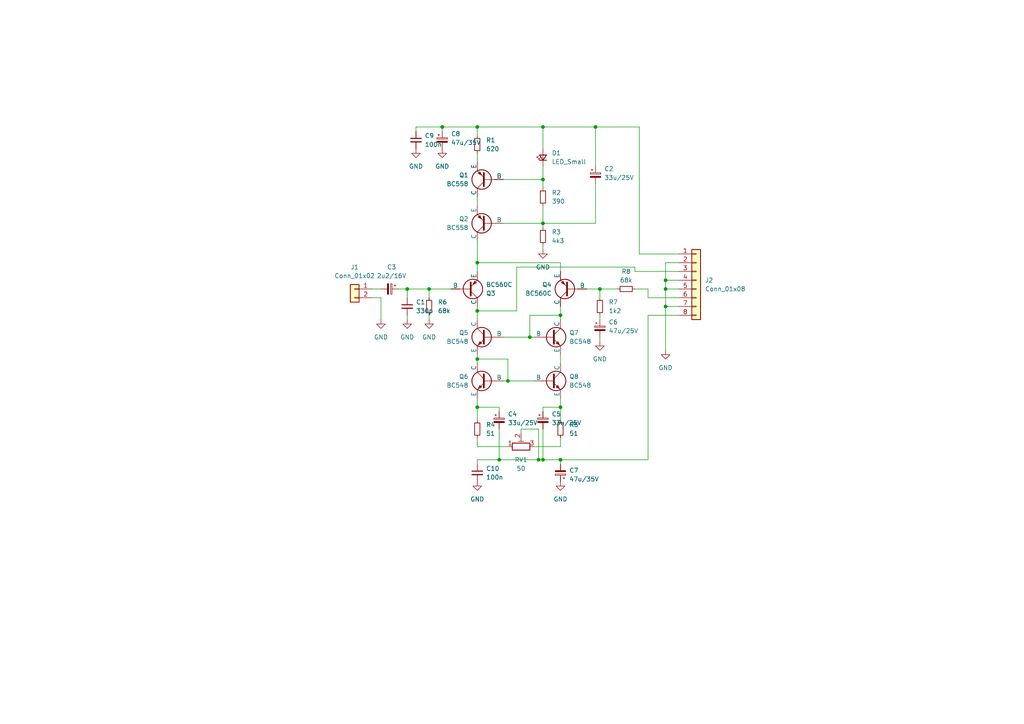
<source format=kicad_sch>
(kicad_sch (version 20230121) (generator eeschema)

  (uuid 6f31cc36-deaf-4ad7-836a-0db420f7cbcc)

  (paper "A4")

  (lib_symbols
    (symbol "Connector_Generic:Conn_01x02" (pin_names (offset 1.016) hide) (in_bom yes) (on_board yes)
      (property "Reference" "J" (at 0 2.54 0)
        (effects (font (size 1.27 1.27)))
      )
      (property "Value" "Conn_01x02" (at 0 -5.08 0)
        (effects (font (size 1.27 1.27)))
      )
      (property "Footprint" "" (at 0 0 0)
        (effects (font (size 1.27 1.27)) hide)
      )
      (property "Datasheet" "~" (at 0 0 0)
        (effects (font (size 1.27 1.27)) hide)
      )
      (property "ki_keywords" "connector" (at 0 0 0)
        (effects (font (size 1.27 1.27)) hide)
      )
      (property "ki_description" "Generic connector, single row, 01x02, script generated (kicad-library-utils/schlib/autogen/connector/)" (at 0 0 0)
        (effects (font (size 1.27 1.27)) hide)
      )
      (property "ki_fp_filters" "Connector*:*_1x??_*" (at 0 0 0)
        (effects (font (size 1.27 1.27)) hide)
      )
      (symbol "Conn_01x02_1_1"
        (rectangle (start -1.27 -2.413) (end 0 -2.667)
          (stroke (width 0.1524) (type default))
          (fill (type none))
        )
        (rectangle (start -1.27 0.127) (end 0 -0.127)
          (stroke (width 0.1524) (type default))
          (fill (type none))
        )
        (rectangle (start -1.27 1.27) (end 1.27 -3.81)
          (stroke (width 0.254) (type default))
          (fill (type background))
        )
        (pin passive line (at -5.08 0 0) (length 3.81)
          (name "Pin_1" (effects (font (size 1.27 1.27))))
          (number "1" (effects (font (size 1.27 1.27))))
        )
        (pin passive line (at -5.08 -2.54 0) (length 3.81)
          (name "Pin_2" (effects (font (size 1.27 1.27))))
          (number "2" (effects (font (size 1.27 1.27))))
        )
      )
    )
    (symbol "Connector_Generic:Conn_01x08" (pin_names (offset 1.016) hide) (in_bom yes) (on_board yes)
      (property "Reference" "J" (at 0 10.16 0)
        (effects (font (size 1.27 1.27)))
      )
      (property "Value" "Conn_01x08" (at 0 -12.7 0)
        (effects (font (size 1.27 1.27)))
      )
      (property "Footprint" "" (at 0 0 0)
        (effects (font (size 1.27 1.27)) hide)
      )
      (property "Datasheet" "~" (at 0 0 0)
        (effects (font (size 1.27 1.27)) hide)
      )
      (property "ki_keywords" "connector" (at 0 0 0)
        (effects (font (size 1.27 1.27)) hide)
      )
      (property "ki_description" "Generic connector, single row, 01x08, script generated (kicad-library-utils/schlib/autogen/connector/)" (at 0 0 0)
        (effects (font (size 1.27 1.27)) hide)
      )
      (property "ki_fp_filters" "Connector*:*_1x??_*" (at 0 0 0)
        (effects (font (size 1.27 1.27)) hide)
      )
      (symbol "Conn_01x08_1_1"
        (rectangle (start -1.27 -10.033) (end 0 -10.287)
          (stroke (width 0.1524) (type default))
          (fill (type none))
        )
        (rectangle (start -1.27 -7.493) (end 0 -7.747)
          (stroke (width 0.1524) (type default))
          (fill (type none))
        )
        (rectangle (start -1.27 -4.953) (end 0 -5.207)
          (stroke (width 0.1524) (type default))
          (fill (type none))
        )
        (rectangle (start -1.27 -2.413) (end 0 -2.667)
          (stroke (width 0.1524) (type default))
          (fill (type none))
        )
        (rectangle (start -1.27 0.127) (end 0 -0.127)
          (stroke (width 0.1524) (type default))
          (fill (type none))
        )
        (rectangle (start -1.27 2.667) (end 0 2.413)
          (stroke (width 0.1524) (type default))
          (fill (type none))
        )
        (rectangle (start -1.27 5.207) (end 0 4.953)
          (stroke (width 0.1524) (type default))
          (fill (type none))
        )
        (rectangle (start -1.27 7.747) (end 0 7.493)
          (stroke (width 0.1524) (type default))
          (fill (type none))
        )
        (rectangle (start -1.27 8.89) (end 1.27 -11.43)
          (stroke (width 0.254) (type default))
          (fill (type background))
        )
        (pin passive line (at -5.08 7.62 0) (length 3.81)
          (name "Pin_1" (effects (font (size 1.27 1.27))))
          (number "1" (effects (font (size 1.27 1.27))))
        )
        (pin passive line (at -5.08 5.08 0) (length 3.81)
          (name "Pin_2" (effects (font (size 1.27 1.27))))
          (number "2" (effects (font (size 1.27 1.27))))
        )
        (pin passive line (at -5.08 2.54 0) (length 3.81)
          (name "Pin_3" (effects (font (size 1.27 1.27))))
          (number "3" (effects (font (size 1.27 1.27))))
        )
        (pin passive line (at -5.08 0 0) (length 3.81)
          (name "Pin_4" (effects (font (size 1.27 1.27))))
          (number "4" (effects (font (size 1.27 1.27))))
        )
        (pin passive line (at -5.08 -2.54 0) (length 3.81)
          (name "Pin_5" (effects (font (size 1.27 1.27))))
          (number "5" (effects (font (size 1.27 1.27))))
        )
        (pin passive line (at -5.08 -5.08 0) (length 3.81)
          (name "Pin_6" (effects (font (size 1.27 1.27))))
          (number "6" (effects (font (size 1.27 1.27))))
        )
        (pin passive line (at -5.08 -7.62 0) (length 3.81)
          (name "Pin_7" (effects (font (size 1.27 1.27))))
          (number "7" (effects (font (size 1.27 1.27))))
        )
        (pin passive line (at -5.08 -10.16 0) (length 3.81)
          (name "Pin_8" (effects (font (size 1.27 1.27))))
          (number "8" (effects (font (size 1.27 1.27))))
        )
      )
    )
    (symbol "Device:C_Polarized_Small" (pin_numbers hide) (pin_names (offset 0.254) hide) (in_bom yes) (on_board yes)
      (property "Reference" "C" (at 0.254 1.778 0)
        (effects (font (size 1.27 1.27)) (justify left))
      )
      (property "Value" "C_Polarized_Small" (at 0.254 -2.032 0)
        (effects (font (size 1.27 1.27)) (justify left))
      )
      (property "Footprint" "" (at 0 0 0)
        (effects (font (size 1.27 1.27)) hide)
      )
      (property "Datasheet" "~" (at 0 0 0)
        (effects (font (size 1.27 1.27)) hide)
      )
      (property "ki_keywords" "cap capacitor" (at 0 0 0)
        (effects (font (size 1.27 1.27)) hide)
      )
      (property "ki_description" "Polarized capacitor, small symbol" (at 0 0 0)
        (effects (font (size 1.27 1.27)) hide)
      )
      (property "ki_fp_filters" "CP_*" (at 0 0 0)
        (effects (font (size 1.27 1.27)) hide)
      )
      (symbol "C_Polarized_Small_0_1"
        (rectangle (start -1.524 -0.3048) (end 1.524 -0.6858)
          (stroke (width 0) (type default))
          (fill (type outline))
        )
        (rectangle (start -1.524 0.6858) (end 1.524 0.3048)
          (stroke (width 0) (type default))
          (fill (type none))
        )
        (polyline
          (pts
            (xy -1.27 1.524)
            (xy -0.762 1.524)
          )
          (stroke (width 0) (type default))
          (fill (type none))
        )
        (polyline
          (pts
            (xy -1.016 1.27)
            (xy -1.016 1.778)
          )
          (stroke (width 0) (type default))
          (fill (type none))
        )
      )
      (symbol "C_Polarized_Small_1_1"
        (pin passive line (at 0 2.54 270) (length 1.8542)
          (name "~" (effects (font (size 1.27 1.27))))
          (number "1" (effects (font (size 1.27 1.27))))
        )
        (pin passive line (at 0 -2.54 90) (length 1.8542)
          (name "~" (effects (font (size 1.27 1.27))))
          (number "2" (effects (font (size 1.27 1.27))))
        )
      )
    )
    (symbol "Device:C_Small" (pin_numbers hide) (pin_names (offset 0.254) hide) (in_bom yes) (on_board yes)
      (property "Reference" "C" (at 0.254 1.778 0)
        (effects (font (size 1.27 1.27)) (justify left))
      )
      (property "Value" "C_Small" (at 0.254 -2.032 0)
        (effects (font (size 1.27 1.27)) (justify left))
      )
      (property "Footprint" "" (at 0 0 0)
        (effects (font (size 1.27 1.27)) hide)
      )
      (property "Datasheet" "~" (at 0 0 0)
        (effects (font (size 1.27 1.27)) hide)
      )
      (property "ki_keywords" "capacitor cap" (at 0 0 0)
        (effects (font (size 1.27 1.27)) hide)
      )
      (property "ki_description" "Unpolarized capacitor, small symbol" (at 0 0 0)
        (effects (font (size 1.27 1.27)) hide)
      )
      (property "ki_fp_filters" "C_*" (at 0 0 0)
        (effects (font (size 1.27 1.27)) hide)
      )
      (symbol "C_Small_0_1"
        (polyline
          (pts
            (xy -1.524 -0.508)
            (xy 1.524 -0.508)
          )
          (stroke (width 0.3302) (type default))
          (fill (type none))
        )
        (polyline
          (pts
            (xy -1.524 0.508)
            (xy 1.524 0.508)
          )
          (stroke (width 0.3048) (type default))
          (fill (type none))
        )
      )
      (symbol "C_Small_1_1"
        (pin passive line (at 0 2.54 270) (length 2.032)
          (name "~" (effects (font (size 1.27 1.27))))
          (number "1" (effects (font (size 1.27 1.27))))
        )
        (pin passive line (at 0 -2.54 90) (length 2.032)
          (name "~" (effects (font (size 1.27 1.27))))
          (number "2" (effects (font (size 1.27 1.27))))
        )
      )
    )
    (symbol "Device:LED_Small" (pin_numbers hide) (pin_names (offset 0.254) hide) (in_bom yes) (on_board yes)
      (property "Reference" "D" (at -1.27 3.175 0)
        (effects (font (size 1.27 1.27)) (justify left))
      )
      (property "Value" "LED_Small" (at -4.445 -2.54 0)
        (effects (font (size 1.27 1.27)) (justify left))
      )
      (property "Footprint" "" (at 0 0 90)
        (effects (font (size 1.27 1.27)) hide)
      )
      (property "Datasheet" "~" (at 0 0 90)
        (effects (font (size 1.27 1.27)) hide)
      )
      (property "ki_keywords" "LED diode light-emitting-diode" (at 0 0 0)
        (effects (font (size 1.27 1.27)) hide)
      )
      (property "ki_description" "Light emitting diode, small symbol" (at 0 0 0)
        (effects (font (size 1.27 1.27)) hide)
      )
      (property "ki_fp_filters" "LED* LED_SMD:* LED_THT:*" (at 0 0 0)
        (effects (font (size 1.27 1.27)) hide)
      )
      (symbol "LED_Small_0_1"
        (polyline
          (pts
            (xy -0.762 -1.016)
            (xy -0.762 1.016)
          )
          (stroke (width 0.254) (type default))
          (fill (type none))
        )
        (polyline
          (pts
            (xy 1.016 0)
            (xy -0.762 0)
          )
          (stroke (width 0) (type default))
          (fill (type none))
        )
        (polyline
          (pts
            (xy 0.762 -1.016)
            (xy -0.762 0)
            (xy 0.762 1.016)
            (xy 0.762 -1.016)
          )
          (stroke (width 0.254) (type default))
          (fill (type none))
        )
        (polyline
          (pts
            (xy 0 0.762)
            (xy -0.508 1.27)
            (xy -0.254 1.27)
            (xy -0.508 1.27)
            (xy -0.508 1.016)
          )
          (stroke (width 0) (type default))
          (fill (type none))
        )
        (polyline
          (pts
            (xy 0.508 1.27)
            (xy 0 1.778)
            (xy 0.254 1.778)
            (xy 0 1.778)
            (xy 0 1.524)
          )
          (stroke (width 0) (type default))
          (fill (type none))
        )
      )
      (symbol "LED_Small_1_1"
        (pin passive line (at -2.54 0 0) (length 1.778)
          (name "K" (effects (font (size 1.27 1.27))))
          (number "1" (effects (font (size 1.27 1.27))))
        )
        (pin passive line (at 2.54 0 180) (length 1.778)
          (name "A" (effects (font (size 1.27 1.27))))
          (number "2" (effects (font (size 1.27 1.27))))
        )
      )
    )
    (symbol "Device:R_Potentiometer_Trim" (pin_names (offset 1.016) hide) (in_bom yes) (on_board yes)
      (property "Reference" "RV" (at -4.445 0 90)
        (effects (font (size 1.27 1.27)))
      )
      (property "Value" "R_Potentiometer_Trim" (at -2.54 0 90)
        (effects (font (size 1.27 1.27)))
      )
      (property "Footprint" "" (at 0 0 0)
        (effects (font (size 1.27 1.27)) hide)
      )
      (property "Datasheet" "~" (at 0 0 0)
        (effects (font (size 1.27 1.27)) hide)
      )
      (property "ki_keywords" "resistor variable trimpot trimmer" (at 0 0 0)
        (effects (font (size 1.27 1.27)) hide)
      )
      (property "ki_description" "Trim-potentiometer" (at 0 0 0)
        (effects (font (size 1.27 1.27)) hide)
      )
      (property "ki_fp_filters" "Potentiometer*" (at 0 0 0)
        (effects (font (size 1.27 1.27)) hide)
      )
      (symbol "R_Potentiometer_Trim_0_1"
        (polyline
          (pts
            (xy 1.524 0.762)
            (xy 1.524 -0.762)
          )
          (stroke (width 0) (type default))
          (fill (type none))
        )
        (polyline
          (pts
            (xy 2.54 0)
            (xy 1.524 0)
          )
          (stroke (width 0) (type default))
          (fill (type none))
        )
        (rectangle (start 1.016 2.54) (end -1.016 -2.54)
          (stroke (width 0.254) (type default))
          (fill (type none))
        )
      )
      (symbol "R_Potentiometer_Trim_1_1"
        (pin passive line (at 0 3.81 270) (length 1.27)
          (name "1" (effects (font (size 1.27 1.27))))
          (number "1" (effects (font (size 1.27 1.27))))
        )
        (pin passive line (at 3.81 0 180) (length 1.27)
          (name "2" (effects (font (size 1.27 1.27))))
          (number "2" (effects (font (size 1.27 1.27))))
        )
        (pin passive line (at 0 -3.81 90) (length 1.27)
          (name "3" (effects (font (size 1.27 1.27))))
          (number "3" (effects (font (size 1.27 1.27))))
        )
      )
    )
    (symbol "Device:R_Small" (pin_numbers hide) (pin_names (offset 0.254) hide) (in_bom yes) (on_board yes)
      (property "Reference" "R" (at 0.762 0.508 0)
        (effects (font (size 1.27 1.27)) (justify left))
      )
      (property "Value" "R_Small" (at 0.762 -1.016 0)
        (effects (font (size 1.27 1.27)) (justify left))
      )
      (property "Footprint" "" (at 0 0 0)
        (effects (font (size 1.27 1.27)) hide)
      )
      (property "Datasheet" "~" (at 0 0 0)
        (effects (font (size 1.27 1.27)) hide)
      )
      (property "ki_keywords" "R resistor" (at 0 0 0)
        (effects (font (size 1.27 1.27)) hide)
      )
      (property "ki_description" "Resistor, small symbol" (at 0 0 0)
        (effects (font (size 1.27 1.27)) hide)
      )
      (property "ki_fp_filters" "R_*" (at 0 0 0)
        (effects (font (size 1.27 1.27)) hide)
      )
      (symbol "R_Small_0_1"
        (rectangle (start -0.762 1.778) (end 0.762 -1.778)
          (stroke (width 0.2032) (type default))
          (fill (type none))
        )
      )
      (symbol "R_Small_1_1"
        (pin passive line (at 0 2.54 270) (length 0.762)
          (name "~" (effects (font (size 1.27 1.27))))
          (number "1" (effects (font (size 1.27 1.27))))
        )
        (pin passive line (at 0 -2.54 90) (length 0.762)
          (name "~" (effects (font (size 1.27 1.27))))
          (number "2" (effects (font (size 1.27 1.27))))
        )
      )
    )
    (symbol "Simulation_SPICE:NPN" (pin_numbers hide) (pin_names (offset 0)) (in_bom yes) (on_board yes)
      (property "Reference" "Q" (at -2.54 7.62 0)
        (effects (font (size 1.27 1.27)))
      )
      (property "Value" "NPN" (at -2.54 5.08 0)
        (effects (font (size 1.27 1.27)))
      )
      (property "Footprint" "" (at 63.5 0 0)
        (effects (font (size 1.27 1.27)) hide)
      )
      (property "Datasheet" "~" (at 63.5 0 0)
        (effects (font (size 1.27 1.27)) hide)
      )
      (property "Sim.Device" "NPN" (at 0 0 0)
        (effects (font (size 1.27 1.27)) hide)
      )
      (property "Sim.Type" "GUMMELPOON" (at 0 0 0)
        (effects (font (size 1.27 1.27)) hide)
      )
      (property "Sim.Pins" "1=C 2=B 3=E" (at 0 0 0)
        (effects (font (size 1.27 1.27)) hide)
      )
      (property "ki_keywords" "simulation" (at 0 0 0)
        (effects (font (size 1.27 1.27)) hide)
      )
      (property "ki_description" "Bipolar transistor symbol for simulation only, substrate tied to the emitter" (at 0 0 0)
        (effects (font (size 1.27 1.27)) hide)
      )
      (symbol "NPN_0_1"
        (polyline
          (pts
            (xy -2.54 0)
            (xy 0.635 0)
          )
          (stroke (width 0.1524) (type default))
          (fill (type none))
        )
        (polyline
          (pts
            (xy 0.635 0.635)
            (xy 2.54 2.54)
          )
          (stroke (width 0) (type default))
          (fill (type none))
        )
        (polyline
          (pts
            (xy 2.794 -1.27)
            (xy 2.794 -1.27)
          )
          (stroke (width 0.1524) (type default))
          (fill (type none))
        )
        (polyline
          (pts
            (xy 2.794 -1.27)
            (xy 2.794 -1.27)
          )
          (stroke (width 0.1524) (type default))
          (fill (type none))
        )
        (polyline
          (pts
            (xy 0.635 -0.635)
            (xy 2.54 -2.54)
            (xy 2.54 -2.54)
          )
          (stroke (width 0) (type default))
          (fill (type none))
        )
        (polyline
          (pts
            (xy 0.635 1.905)
            (xy 0.635 -1.905)
            (xy 0.635 -1.905)
          )
          (stroke (width 0.508) (type default))
          (fill (type none))
        )
        (polyline
          (pts
            (xy 1.27 -1.778)
            (xy 1.778 -1.27)
            (xy 2.286 -2.286)
            (xy 1.27 -1.778)
            (xy 1.27 -1.778)
          )
          (stroke (width 0) (type default))
          (fill (type outline))
        )
        (circle (center 1.27 0) (radius 2.8194)
          (stroke (width 0.254) (type default))
          (fill (type none))
        )
      )
      (symbol "NPN_1_1"
        (pin open_collector line (at 2.54 5.08 270) (length 2.54)
          (name "C" (effects (font (size 1.27 1.27))))
          (number "1" (effects (font (size 1.27 1.27))))
        )
        (pin input line (at -5.08 0 0) (length 2.54)
          (name "B" (effects (font (size 1.27 1.27))))
          (number "2" (effects (font (size 1.27 1.27))))
        )
        (pin open_emitter line (at 2.54 -5.08 90) (length 2.54)
          (name "E" (effects (font (size 1.27 1.27))))
          (number "3" (effects (font (size 1.27 1.27))))
        )
      )
    )
    (symbol "Simulation_SPICE:PNP" (pin_numbers hide) (pin_names (offset 0)) (in_bom yes) (on_board yes)
      (property "Reference" "Q" (at -2.54 7.62 0)
        (effects (font (size 1.27 1.27)))
      )
      (property "Value" "PNP" (at -2.54 5.08 0)
        (effects (font (size 1.27 1.27)))
      )
      (property "Footprint" "" (at 35.56 0 0)
        (effects (font (size 1.27 1.27)) hide)
      )
      (property "Datasheet" "~" (at 35.56 0 0)
        (effects (font (size 1.27 1.27)) hide)
      )
      (property "Sim.Device" "PNP" (at 0 0 0)
        (effects (font (size 1.27 1.27)) hide)
      )
      (property "Sim.Type" "GUMMELPOON" (at 0 0 0)
        (effects (font (size 1.27 1.27)) hide)
      )
      (property "Sim.Pins" "1=C 2=B 3=E" (at 0 0 0)
        (effects (font (size 1.27 1.27)) hide)
      )
      (property "ki_keywords" "simulation" (at 0 0 0)
        (effects (font (size 1.27 1.27)) hide)
      )
      (property "ki_description" "Bipolar transistor symbol for simulation only, substrate tied to the emitter" (at 0 0 0)
        (effects (font (size 1.27 1.27)) hide)
      )
      (symbol "PNP_0_1"
        (polyline
          (pts
            (xy -2.54 0)
            (xy 0.635 0)
          )
          (stroke (width 0.1524) (type default))
          (fill (type none))
        )
        (polyline
          (pts
            (xy 0.635 0.635)
            (xy 2.54 2.54)
          )
          (stroke (width 0) (type default))
          (fill (type none))
        )
        (polyline
          (pts
            (xy 0.635 -0.635)
            (xy 2.54 -2.54)
            (xy 2.54 -2.54)
          )
          (stroke (width 0) (type default))
          (fill (type none))
        )
        (polyline
          (pts
            (xy 0.635 1.905)
            (xy 0.635 -1.905)
            (xy 0.635 -1.905)
          )
          (stroke (width 0.508) (type default))
          (fill (type none))
        )
        (polyline
          (pts
            (xy 2.286 -1.778)
            (xy 1.778 -2.286)
            (xy 1.27 -1.27)
            (xy 2.286 -1.778)
            (xy 2.286 -1.778)
          )
          (stroke (width 0) (type default))
          (fill (type outline))
        )
        (circle (center 1.27 0) (radius 2.8194)
          (stroke (width 0.254) (type default))
          (fill (type none))
        )
      )
      (symbol "PNP_1_1"
        (pin open_collector line (at 2.54 5.08 270) (length 2.54)
          (name "C" (effects (font (size 1.27 1.27))))
          (number "1" (effects (font (size 1.27 1.27))))
        )
        (pin input line (at -5.08 0 0) (length 2.54)
          (name "B" (effects (font (size 1.27 1.27))))
          (number "2" (effects (font (size 1.27 1.27))))
        )
        (pin open_emitter line (at 2.54 -5.08 90) (length 2.54)
          (name "E" (effects (font (size 1.27 1.27))))
          (number "3" (effects (font (size 1.27 1.27))))
        )
      )
    )
    (symbol "power:GND" (power) (pin_names (offset 0)) (in_bom yes) (on_board yes)
      (property "Reference" "#PWR" (at 0 -6.35 0)
        (effects (font (size 1.27 1.27)) hide)
      )
      (property "Value" "GND" (at 0 -3.81 0)
        (effects (font (size 1.27 1.27)))
      )
      (property "Footprint" "" (at 0 0 0)
        (effects (font (size 1.27 1.27)) hide)
      )
      (property "Datasheet" "" (at 0 0 0)
        (effects (font (size 1.27 1.27)) hide)
      )
      (property "ki_keywords" "global power" (at 0 0 0)
        (effects (font (size 1.27 1.27)) hide)
      )
      (property "ki_description" "Power symbol creates a global label with name \"GND\" , ground" (at 0 0 0)
        (effects (font (size 1.27 1.27)) hide)
      )
      (symbol "GND_0_1"
        (polyline
          (pts
            (xy 0 0)
            (xy 0 -1.27)
            (xy 1.27 -1.27)
            (xy 0 -2.54)
            (xy -1.27 -1.27)
            (xy 0 -1.27)
          )
          (stroke (width 0) (type default))
          (fill (type none))
        )
      )
      (symbol "GND_1_1"
        (pin power_in line (at 0 0 270) (length 0) hide
          (name "GND" (effects (font (size 1.27 1.27))))
          (number "1" (effects (font (size 1.27 1.27))))
        )
      )
    )
  )

  (junction (at 157.48 36.83) (diameter 0) (color 0 0 0 0)
    (uuid 035e0583-8d49-463c-8906-cf7542a91e03)
  )
  (junction (at 153.67 97.79) (diameter 0) (color 0 0 0 0)
    (uuid 10ba1617-042e-4705-a0ae-d4fdfffc5f2c)
  )
  (junction (at 144.78 133.35) (diameter 0) (color 0 0 0 0)
    (uuid 176c807f-2db9-4c39-9e74-5324a570b664)
  )
  (junction (at 147.32 110.49) (diameter 0) (color 0 0 0 0)
    (uuid 1efa9225-44ef-4e46-9bb5-6f04baf2b1c4)
  )
  (junction (at 193.04 81.28) (diameter 0) (color 0 0 0 0)
    (uuid 25bf7b73-2449-4e6d-b0e8-aad47a0c9153)
  )
  (junction (at 124.46 83.82) (diameter 0) (color 0 0 0 0)
    (uuid 3adaf331-6a38-41ae-a6d3-d54cf726e8c6)
  )
  (junction (at 156.21 133.35) (diameter 0) (color 0 0 0 0)
    (uuid 4866b8ee-fcf8-471a-b889-34fa45ed8ce0)
  )
  (junction (at 157.48 64.77) (diameter 0) (color 0 0 0 0)
    (uuid 4d4f5cd1-4e4a-4558-b81e-d889df738ee8)
  )
  (junction (at 193.04 83.82) (diameter 0) (color 0 0 0 0)
    (uuid 5920e284-233a-4cbc-8b9a-5a4da2b83745)
  )
  (junction (at 193.04 88.9) (diameter 0) (color 0 0 0 0)
    (uuid 62a104cc-4bf9-444d-b0be-3647a0ede373)
  )
  (junction (at 138.43 76.2) (diameter 0) (color 0 0 0 0)
    (uuid 694dfc4e-b42f-4e19-8949-c6febff7ac34)
  )
  (junction (at 128.27 36.83) (diameter 0) (color 0 0 0 0)
    (uuid 830d9109-6490-4651-9f8e-ade372cdaca2)
  )
  (junction (at 172.72 36.83) (diameter 0) (color 0 0 0 0)
    (uuid 835bb670-dccf-4967-a83d-0c30eabe1599)
  )
  (junction (at 138.43 90.17) (diameter 0) (color 0 0 0 0)
    (uuid 8d5356e7-1007-4695-b91c-334e245f5180)
  )
  (junction (at 138.43 104.14) (diameter 0) (color 0 0 0 0)
    (uuid 94a7ecd2-5139-46f9-acfc-dda1cbdef415)
  )
  (junction (at 162.56 91.44) (diameter 0) (color 0 0 0 0)
    (uuid bb298877-c5a9-4260-b116-3d7c2c686f74)
  )
  (junction (at 162.56 118.11) (diameter 0) (color 0 0 0 0)
    (uuid c07b57f3-ab32-46da-b0d1-203ddaaf93c4)
  )
  (junction (at 157.48 52.07) (diameter 0) (color 0 0 0 0)
    (uuid c0eb3354-f9c4-4c24-bd66-e7ae3be6f177)
  )
  (junction (at 138.43 36.83) (diameter 0) (color 0 0 0 0)
    (uuid cf16daed-5bf2-497d-bb38-5f88b5c79f70)
  )
  (junction (at 138.43 118.11) (diameter 0) (color 0 0 0 0)
    (uuid d1b7291c-671e-46b1-971b-0e3aa33d52a7)
  )
  (junction (at 173.99 83.82) (diameter 0) (color 0 0 0 0)
    (uuid dd30597a-8a74-498c-b679-0cf6687bf3de)
  )
  (junction (at 157.48 133.35) (diameter 0) (color 0 0 0 0)
    (uuid df8232d0-c430-49af-a8d3-1d48d34a3167)
  )
  (junction (at 162.56 133.35) (diameter 0) (color 0 0 0 0)
    (uuid fa4e2f33-0ce4-490e-834d-973f0199d755)
  )
  (junction (at 118.11 83.82) (diameter 0) (color 0 0 0 0)
    (uuid fe1e7117-fae2-479d-913b-17d8692ac1f3)
  )

  (wire (pts (xy 120.65 36.83) (xy 120.65 38.1))
    (stroke (width 0) (type default))
    (uuid 019f3f08-8dd7-4629-9718-a20216be57ca)
  )
  (wire (pts (xy 138.43 57.15) (xy 138.43 59.69))
    (stroke (width 0) (type default))
    (uuid 055c60d1-1942-4e4e-b622-f2c8e159af4b)
  )
  (wire (pts (xy 173.99 97.79) (xy 173.99 99.06))
    (stroke (width 0) (type default))
    (uuid 079ffdcd-c60b-46a2-acd0-94a582d19071)
  )
  (wire (pts (xy 162.56 118.11) (xy 162.56 121.92))
    (stroke (width 0) (type default))
    (uuid 08e13997-0687-4fa4-906d-cb1ca876c50a)
  )
  (wire (pts (xy 107.95 86.36) (xy 110.49 86.36))
    (stroke (width 0) (type default))
    (uuid 09cf0f0f-fbf7-474f-bf8e-f4234e3390b5)
  )
  (wire (pts (xy 128.27 38.1) (xy 128.27 36.83))
    (stroke (width 0) (type default))
    (uuid 0eb7b2c7-cbdb-4b1f-a6e2-be7546062b06)
  )
  (wire (pts (xy 185.42 73.66) (xy 185.42 36.83))
    (stroke (width 0) (type default))
    (uuid 1034e75a-8dd0-4bbc-bb8b-683a3cc1e9f8)
  )
  (wire (pts (xy 144.78 124.46) (xy 144.78 133.35))
    (stroke (width 0) (type default))
    (uuid 10649517-86dc-419c-a823-b56aeaa64873)
  )
  (wire (pts (xy 138.43 104.14) (xy 138.43 105.41))
    (stroke (width 0) (type default))
    (uuid 120e8609-72cd-446a-b708-5230fbcb2dee)
  )
  (wire (pts (xy 156.21 124.46) (xy 156.21 133.35))
    (stroke (width 0) (type default))
    (uuid 19b30252-55d9-4d5e-a764-350339c98318)
  )
  (wire (pts (xy 193.04 81.28) (xy 196.85 81.28))
    (stroke (width 0) (type default))
    (uuid 1d22b485-05c5-4303-a8d3-009bdd1d8566)
  )
  (wire (pts (xy 144.78 119.38) (xy 144.78 118.11))
    (stroke (width 0) (type default))
    (uuid 22fb1c83-adf6-43bd-9faa-49eed538c0bd)
  )
  (wire (pts (xy 157.48 59.69) (xy 157.48 64.77))
    (stroke (width 0) (type default))
    (uuid 24c4a3fb-0906-4970-80c6-8c98be5c1783)
  )
  (wire (pts (xy 154.94 129.54) (xy 162.56 129.54))
    (stroke (width 0) (type default))
    (uuid 290108e8-fa9a-4aba-b4d7-cd6b14e03a5d)
  )
  (wire (pts (xy 151.13 124.46) (xy 156.21 124.46))
    (stroke (width 0) (type default))
    (uuid 2ca430f6-a641-4da7-b7c7-a3c2482ee8b0)
  )
  (wire (pts (xy 149.86 77.47) (xy 184.15 77.47))
    (stroke (width 0) (type default))
    (uuid 2cf1b0ab-148c-483d-a53d-705e7c45604e)
  )
  (wire (pts (xy 110.49 92.71) (xy 110.49 86.36))
    (stroke (width 0) (type default))
    (uuid 2dec40a2-beef-4790-bafa-0a9459f2902a)
  )
  (wire (pts (xy 151.13 125.73) (xy 151.13 124.46))
    (stroke (width 0) (type default))
    (uuid 3101fae0-23cd-449b-8d49-643a94be8836)
  )
  (wire (pts (xy 196.85 76.2) (xy 193.04 76.2))
    (stroke (width 0) (type default))
    (uuid 318d4dea-d409-4b4d-9698-b38e0716ad5f)
  )
  (wire (pts (xy 124.46 83.82) (xy 130.81 83.82))
    (stroke (width 0) (type default))
    (uuid 329b4884-b5ee-4530-8bb8-9e99ac2c7533)
  )
  (wire (pts (xy 193.04 83.82) (xy 193.04 88.9))
    (stroke (width 0) (type default))
    (uuid 34ea1c23-0734-490f-aa8f-c46c75de9d94)
  )
  (wire (pts (xy 138.43 36.83) (xy 157.48 36.83))
    (stroke (width 0) (type default))
    (uuid 35d0b748-5153-49af-bfdb-f51ad7229613)
  )
  (wire (pts (xy 162.56 133.35) (xy 162.56 134.62))
    (stroke (width 0) (type default))
    (uuid 38205f8e-e291-46bd-afa9-f935313b3f64)
  )
  (wire (pts (xy 157.48 71.12) (xy 157.48 72.39))
    (stroke (width 0) (type default))
    (uuid 3adfe751-07c8-4276-90dc-01871a7b7e9d)
  )
  (wire (pts (xy 147.32 110.49) (xy 154.94 110.49))
    (stroke (width 0) (type default))
    (uuid 3f2d0aef-cee9-4964-b669-a7d5b664dc39)
  )
  (wire (pts (xy 138.43 129.54) (xy 147.32 129.54))
    (stroke (width 0) (type default))
    (uuid 3fce77e2-606b-4e88-9cb2-1ef430340358)
  )
  (wire (pts (xy 118.11 83.82) (xy 124.46 83.82))
    (stroke (width 0) (type default))
    (uuid 44a5103e-0868-4263-8a0c-92c3bc946768)
  )
  (wire (pts (xy 193.04 88.9) (xy 193.04 101.6))
    (stroke (width 0) (type default))
    (uuid 45267256-35cb-4722-a55f-ffa9168f7e7b)
  )
  (wire (pts (xy 170.18 83.82) (xy 173.99 83.82))
    (stroke (width 0) (type default))
    (uuid 464b266f-0f8b-4908-9b0d-f89578ca08f7)
  )
  (wire (pts (xy 193.04 76.2) (xy 193.04 81.28))
    (stroke (width 0) (type default))
    (uuid 466481b0-ccbf-4739-9311-b857d3c3f21f)
  )
  (wire (pts (xy 124.46 91.44) (xy 124.46 92.71))
    (stroke (width 0) (type default))
    (uuid 47bc0733-6418-4882-94e6-734ae181439d)
  )
  (wire (pts (xy 172.72 48.26) (xy 172.72 36.83))
    (stroke (width 0) (type default))
    (uuid 4c3801df-60da-42cd-b3b7-ce65a12b6fff)
  )
  (wire (pts (xy 187.96 86.36) (xy 196.85 86.36))
    (stroke (width 0) (type default))
    (uuid 4cfb8432-2072-42f7-a577-528a292f41cc)
  )
  (wire (pts (xy 146.05 97.79) (xy 153.67 97.79))
    (stroke (width 0) (type default))
    (uuid 4d84b258-e594-46b3-92b5-9fafefba9aed)
  )
  (wire (pts (xy 146.05 52.07) (xy 157.48 52.07))
    (stroke (width 0) (type default))
    (uuid 4f7e29be-40c4-46a0-9626-90a394667acb)
  )
  (wire (pts (xy 184.15 78.74) (xy 196.85 78.74))
    (stroke (width 0) (type default))
    (uuid 584e6e47-91c0-4e0f-b544-1aad1311aa88)
  )
  (wire (pts (xy 157.48 118.11) (xy 162.56 118.11))
    (stroke (width 0) (type default))
    (uuid 5b501d67-5996-451b-b16c-cac914148dbe)
  )
  (wire (pts (xy 184.15 77.47) (xy 184.15 78.74))
    (stroke (width 0) (type default))
    (uuid 5de733fc-ff08-4bc3-99f4-698e962a4cea)
  )
  (wire (pts (xy 138.43 118.11) (xy 138.43 121.92))
    (stroke (width 0) (type default))
    (uuid 604c73e9-04f5-4b2b-9a2e-1028624e5836)
  )
  (wire (pts (xy 162.56 91.44) (xy 162.56 92.71))
    (stroke (width 0) (type default))
    (uuid 604f2ee0-4ce9-473d-a758-2a0a8900cd6a)
  )
  (wire (pts (xy 118.11 83.82) (xy 118.11 86.36))
    (stroke (width 0) (type default))
    (uuid 60fee66d-3cc2-4fc8-826d-c46b950dbd3e)
  )
  (wire (pts (xy 118.11 91.44) (xy 118.11 92.71))
    (stroke (width 0) (type default))
    (uuid 619fa879-325b-4767-8ce5-427245cebdef)
  )
  (wire (pts (xy 173.99 83.82) (xy 173.99 86.36))
    (stroke (width 0) (type default))
    (uuid 66569f9e-3237-4fb0-ad47-684f660ac9dc)
  )
  (wire (pts (xy 162.56 78.74) (xy 162.56 76.2))
    (stroke (width 0) (type default))
    (uuid 6f6e64a3-f392-4803-b925-335dcacf93fb)
  )
  (wire (pts (xy 138.43 133.35) (xy 138.43 134.62))
    (stroke (width 0) (type default))
    (uuid 758ccca5-4877-453e-a9a9-190becc4cbc0)
  )
  (wire (pts (xy 193.04 81.28) (xy 193.04 83.82))
    (stroke (width 0) (type default))
    (uuid 7897100c-09e7-40d3-8e7c-abf14746c4ab)
  )
  (wire (pts (xy 146.05 64.77) (xy 157.48 64.77))
    (stroke (width 0) (type default))
    (uuid 7fb7b6f1-d3d9-4b46-b308-f0634cf06f45)
  )
  (wire (pts (xy 138.43 127) (xy 138.43 129.54))
    (stroke (width 0) (type default))
    (uuid 80e374b3-f363-40fd-b542-b3f435b3b5c7)
  )
  (wire (pts (xy 138.43 104.14) (xy 147.32 104.14))
    (stroke (width 0) (type default))
    (uuid 875eabce-9c60-4c90-b9b3-f14561b665d6)
  )
  (wire (pts (xy 196.85 73.66) (xy 185.42 73.66))
    (stroke (width 0) (type default))
    (uuid 8788f831-37f4-4fa4-a4a1-0cb0b382a097)
  )
  (wire (pts (xy 138.43 118.11) (xy 144.78 118.11))
    (stroke (width 0) (type default))
    (uuid 8cbea22a-91dc-4a5c-9833-0f806b02d4d9)
  )
  (wire (pts (xy 146.05 110.49) (xy 147.32 110.49))
    (stroke (width 0) (type default))
    (uuid 8e415943-5bae-460a-8346-9ac984a663da)
  )
  (wire (pts (xy 187.96 83.82) (xy 187.96 86.36))
    (stroke (width 0) (type default))
    (uuid 902a44c1-02b2-4a49-9ad9-260b4f6a5b8a)
  )
  (wire (pts (xy 115.57 83.82) (xy 118.11 83.82))
    (stroke (width 0) (type default))
    (uuid 9aa188d0-67d4-47ea-8f77-0aaba0d9a8cd)
  )
  (wire (pts (xy 162.56 102.87) (xy 162.56 105.41))
    (stroke (width 0) (type default))
    (uuid 9ded06dc-7667-473b-94f4-389350e7738b)
  )
  (wire (pts (xy 157.48 52.07) (xy 157.48 54.61))
    (stroke (width 0) (type default))
    (uuid 9f20bdb9-4952-4300-9171-cb770511d77f)
  )
  (wire (pts (xy 157.48 36.83) (xy 172.72 36.83))
    (stroke (width 0) (type default))
    (uuid a2ba1737-0add-4348-bfca-89f642ae5476)
  )
  (wire (pts (xy 162.56 118.11) (xy 162.56 115.57))
    (stroke (width 0) (type default))
    (uuid a4bb3100-5565-47cf-84fd-9c1919dec7b7)
  )
  (wire (pts (xy 157.48 43.18) (xy 157.48 36.83))
    (stroke (width 0) (type default))
    (uuid a594b6a4-4dec-4585-b28e-b1ab297c79ea)
  )
  (wire (pts (xy 173.99 83.82) (xy 179.07 83.82))
    (stroke (width 0) (type default))
    (uuid b1df555a-8242-4940-a3f4-b0df1ddf2076)
  )
  (wire (pts (xy 157.48 133.35) (xy 162.56 133.35))
    (stroke (width 0) (type default))
    (uuid b3696376-81e9-4cb6-a12c-b153ef642f3a)
  )
  (wire (pts (xy 128.27 36.83) (xy 138.43 36.83))
    (stroke (width 0) (type default))
    (uuid b36f2111-6169-44f9-a182-4701f51d3b74)
  )
  (wire (pts (xy 144.78 133.35) (xy 156.21 133.35))
    (stroke (width 0) (type default))
    (uuid b68e5270-f864-49e9-b702-ffc7b5f23abd)
  )
  (wire (pts (xy 157.48 48.26) (xy 157.48 52.07))
    (stroke (width 0) (type default))
    (uuid b86991f0-1de7-4f78-b6dc-fd12705f173c)
  )
  (wire (pts (xy 162.56 133.35) (xy 187.96 133.35))
    (stroke (width 0) (type default))
    (uuid b9613302-8a6c-4ffd-83c3-1a7517dbbc60)
  )
  (wire (pts (xy 157.48 119.38) (xy 157.48 118.11))
    (stroke (width 0) (type default))
    (uuid ba447d1d-23d8-4ef9-a041-82e079cc68e7)
  )
  (wire (pts (xy 138.43 44.45) (xy 138.43 46.99))
    (stroke (width 0) (type default))
    (uuid bac7f303-78cf-42a4-9d1b-62717daee0e2)
  )
  (wire (pts (xy 138.43 102.87) (xy 138.43 104.14))
    (stroke (width 0) (type default))
    (uuid bb226c57-0d78-4cac-b2af-90e925ac6d4d)
  )
  (wire (pts (xy 153.67 91.44) (xy 153.67 97.79))
    (stroke (width 0) (type default))
    (uuid bc611a0d-2280-4bfe-9353-d5a6f0eb80ab)
  )
  (wire (pts (xy 138.43 69.85) (xy 138.43 76.2))
    (stroke (width 0) (type default))
    (uuid bd088b46-250c-41f3-ae20-435dba1c4249)
  )
  (wire (pts (xy 107.95 83.82) (xy 110.49 83.82))
    (stroke (width 0) (type default))
    (uuid be2afb69-f62e-4412-a067-e57986d3a360)
  )
  (wire (pts (xy 193.04 88.9) (xy 196.85 88.9))
    (stroke (width 0) (type default))
    (uuid c41bebb2-5173-4137-a6ef-c8c0de4faecb)
  )
  (wire (pts (xy 138.43 90.17) (xy 149.86 90.17))
    (stroke (width 0) (type default))
    (uuid c813e0cc-23bf-4104-b00b-76ed13c70067)
  )
  (wire (pts (xy 138.43 76.2) (xy 162.56 76.2))
    (stroke (width 0) (type default))
    (uuid c9378cea-29c5-49fc-9b6b-3288b861f1ea)
  )
  (wire (pts (xy 157.48 124.46) (xy 157.48 133.35))
    (stroke (width 0) (type default))
    (uuid c9cf4f2b-8eb8-47ce-8e24-a86fe3194069)
  )
  (wire (pts (xy 138.43 76.2) (xy 138.43 78.74))
    (stroke (width 0) (type default))
    (uuid cb879a57-8c68-40f2-82a7-b1350ea3d524)
  )
  (wire (pts (xy 157.48 64.77) (xy 172.72 64.77))
    (stroke (width 0) (type default))
    (uuid cbc3f4fa-1d62-4863-a71e-209c653d7dc8)
  )
  (wire (pts (xy 153.67 97.79) (xy 154.94 97.79))
    (stroke (width 0) (type default))
    (uuid ceecfab1-020f-4436-913e-61473dee3987)
  )
  (wire (pts (xy 173.99 91.44) (xy 173.99 92.71))
    (stroke (width 0) (type default))
    (uuid cf2668a4-7ff7-43c5-8acd-5328b6ac64e0)
  )
  (wire (pts (xy 120.65 36.83) (xy 128.27 36.83))
    (stroke (width 0) (type default))
    (uuid d4df8ada-b766-4496-86dc-0fc5945534b6)
  )
  (wire (pts (xy 162.56 88.9) (xy 162.56 91.44))
    (stroke (width 0) (type default))
    (uuid d5b47fb6-d3d7-476f-94c8-9e75aa276cdb)
  )
  (wire (pts (xy 196.85 91.44) (xy 187.96 91.44))
    (stroke (width 0) (type default))
    (uuid de2b8627-c883-4794-abcb-5c45ae4d283e)
  )
  (wire (pts (xy 187.96 91.44) (xy 187.96 133.35))
    (stroke (width 0) (type default))
    (uuid e1037522-948e-4284-8b77-9c192be3826f)
  )
  (wire (pts (xy 184.15 83.82) (xy 187.96 83.82))
    (stroke (width 0) (type default))
    (uuid e276becb-9c25-42a2-9b41-7ed5d260ac26)
  )
  (wire (pts (xy 149.86 77.47) (xy 149.86 90.17))
    (stroke (width 0) (type default))
    (uuid e40557fd-da43-40d2-9976-198eb5a6bcb0)
  )
  (wire (pts (xy 147.32 104.14) (xy 147.32 110.49))
    (stroke (width 0) (type default))
    (uuid e68001d3-5706-43f4-b2d5-31b574dde6ed)
  )
  (wire (pts (xy 162.56 91.44) (xy 153.67 91.44))
    (stroke (width 0) (type default))
    (uuid e923fa6d-206d-4572-82ff-370a5ea51f45)
  )
  (wire (pts (xy 138.43 88.9) (xy 138.43 90.17))
    (stroke (width 0) (type default))
    (uuid eae30f0d-1749-429a-9eaf-85dfa2a71953)
  )
  (wire (pts (xy 193.04 83.82) (xy 196.85 83.82))
    (stroke (width 0) (type default))
    (uuid ecadb6a8-1b27-47d5-9c3e-6b08107fd7e9)
  )
  (wire (pts (xy 162.56 127) (xy 162.56 129.54))
    (stroke (width 0) (type default))
    (uuid f0d29be4-26af-4173-bd0e-0729ea66a135)
  )
  (wire (pts (xy 185.42 36.83) (xy 172.72 36.83))
    (stroke (width 0) (type default))
    (uuid f0ddb353-8be4-43a3-88a4-85fc2076fc51)
  )
  (wire (pts (xy 138.43 39.37) (xy 138.43 36.83))
    (stroke (width 0) (type default))
    (uuid f3cd953b-d390-4ef3-8c9a-28f5f136ed6b)
  )
  (wire (pts (xy 156.21 133.35) (xy 157.48 133.35))
    (stroke (width 0) (type default))
    (uuid f45a2541-dc37-4626-9724-2a8ee084c878)
  )
  (wire (pts (xy 138.43 133.35) (xy 144.78 133.35))
    (stroke (width 0) (type default))
    (uuid f7c5784e-ae23-40ba-8bab-eca9673848b0)
  )
  (wire (pts (xy 172.72 53.34) (xy 172.72 64.77))
    (stroke (width 0) (type default))
    (uuid fa112acc-e726-4974-988f-145854113a03)
  )
  (wire (pts (xy 157.48 64.77) (xy 157.48 66.04))
    (stroke (width 0) (type default))
    (uuid fa70ab47-1401-4459-93b4-54a5e595444f)
  )
  (wire (pts (xy 124.46 83.82) (xy 124.46 86.36))
    (stroke (width 0) (type default))
    (uuid fd105a17-18f3-45b8-91ba-fd7bad988b04)
  )
  (wire (pts (xy 138.43 115.57) (xy 138.43 118.11))
    (stroke (width 0) (type default))
    (uuid fdc3fd70-c58a-4c15-9827-a811f76f846b)
  )
  (wire (pts (xy 138.43 90.17) (xy 138.43 92.71))
    (stroke (width 0) (type default))
    (uuid ffb019c4-fda6-4d2c-a86a-fa3e5c0a4fa7)
  )

  (symbol (lib_id "Device:C_Small") (at 120.65 40.64 0) (unit 1)
    (in_bom yes) (on_board yes) (dnp no) (fields_autoplaced)
    (uuid 03f126a8-237d-445f-a285-df92f58e264d)
    (property "Reference" "C9" (at 123.19 39.3763 0)
      (effects (font (size 1.27 1.27)) (justify left))
    )
    (property "Value" "100n" (at 123.19 41.9163 0)
      (effects (font (size 1.27 1.27)) (justify left))
    )
    (property "Footprint" "Capacitor_SMD:C_0805_2012Metric_Pad1.18x1.45mm_HandSolder" (at 120.65 40.64 0)
      (effects (font (size 1.27 1.27)) hide)
    )
    (property "Datasheet" "~" (at 120.65 40.64 0)
      (effects (font (size 1.27 1.27)) hide)
    )
    (pin "1" (uuid 0b14ed9b-10d4-4566-8bdf-258106618f25))
    (pin "2" (uuid 08f1159e-2b39-4ae2-b390-37649afcb0ac))
    (instances
      (project "Wzmacniacz różnicowy do PW3015 ver.2"
        (path "/6f31cc36-deaf-4ad7-836a-0db420f7cbcc"
          (reference "C9") (unit 1)
        )
      )
    )
  )

  (symbol (lib_id "power:GND") (at 120.65 43.18 0) (unit 1)
    (in_bom yes) (on_board yes) (dnp no) (fields_autoplaced)
    (uuid 10352871-be4f-46e8-b8c7-c4024238df34)
    (property "Reference" "#PWR02" (at 120.65 49.53 0)
      (effects (font (size 1.27 1.27)) hide)
    )
    (property "Value" "GND" (at 120.65 48.26 0)
      (effects (font (size 1.27 1.27)))
    )
    (property "Footprint" "" (at 120.65 43.18 0)
      (effects (font (size 1.27 1.27)) hide)
    )
    (property "Datasheet" "" (at 120.65 43.18 0)
      (effects (font (size 1.27 1.27)) hide)
    )
    (pin "1" (uuid b2fc8f01-fd14-4523-897f-cf50dbeb6bde))
    (instances
      (project "Wzmacniacz różnicowy do PW3015 ver.2"
        (path "/6f31cc36-deaf-4ad7-836a-0db420f7cbcc"
          (reference "#PWR02") (unit 1)
        )
      )
    )
  )

  (symbol (lib_id "Device:C_Polarized_Small") (at 172.72 50.8 0) (unit 1)
    (in_bom yes) (on_board yes) (dnp no) (fields_autoplaced)
    (uuid 12b0130f-62ea-478b-be8c-07319a16b671)
    (property "Reference" "C2" (at 175.26 48.9839 0)
      (effects (font (size 1.27 1.27)) (justify left))
    )
    (property "Value" "33u/25V" (at 175.26 51.5239 0)
      (effects (font (size 1.27 1.27)) (justify left))
    )
    (property "Footprint" "Capacitor_THT:CP_Radial_Tantal_D5.5mm_P5.00mm" (at 172.72 50.8 0)
      (effects (font (size 1.27 1.27)) hide)
    )
    (property "Datasheet" "~" (at 172.72 50.8 0)
      (effects (font (size 1.27 1.27)) hide)
    )
    (pin "1" (uuid ec636e35-835b-42d5-8a8b-147d1069f8c4))
    (pin "2" (uuid 3536a36e-aaeb-441a-b6d7-e4927a1ca763))
    (instances
      (project "Wzmacniacz różnicowy do PW3015 ver.2"
        (path "/6f31cc36-deaf-4ad7-836a-0db420f7cbcc"
          (reference "C2") (unit 1)
        )
      )
    )
  )

  (symbol (lib_id "Device:R_Small") (at 157.48 68.58 0) (unit 1)
    (in_bom yes) (on_board yes) (dnp no) (fields_autoplaced)
    (uuid 171def0e-1e24-463f-bf8b-d6148a24e27e)
    (property "Reference" "R3" (at 160.02 67.31 0)
      (effects (font (size 1.27 1.27)) (justify left))
    )
    (property "Value" "4k3" (at 160.02 69.85 0)
      (effects (font (size 1.27 1.27)) (justify left))
    )
    (property "Footprint" "Resistor_SMD:R_1206_3216Metric_Pad1.30x1.75mm_HandSolder" (at 157.48 68.58 0)
      (effects (font (size 1.27 1.27)) hide)
    )
    (property "Datasheet" "~" (at 157.48 68.58 0)
      (effects (font (size 1.27 1.27)) hide)
    )
    (pin "1" (uuid 86d938a4-c62b-4d7c-afb0-e2635e8bd630))
    (pin "2" (uuid 27c7f5d1-e0b9-422d-a006-0e78e46327d4))
    (instances
      (project "Wzmacniacz różnicowy do PW3015 ver.2"
        (path "/6f31cc36-deaf-4ad7-836a-0db420f7cbcc"
          (reference "R3") (unit 1)
        )
      )
    )
  )

  (symbol (lib_id "power:GND") (at 157.48 72.39 0) (unit 1)
    (in_bom yes) (on_board yes) (dnp no) (fields_autoplaced)
    (uuid 1db018b1-ab0d-4962-ad15-459c90a35850)
    (property "Reference" "#PWR01" (at 157.48 78.74 0)
      (effects (font (size 1.27 1.27)) hide)
    )
    (property "Value" "GND" (at 157.48 77.47 0)
      (effects (font (size 1.27 1.27)))
    )
    (property "Footprint" "" (at 157.48 72.39 0)
      (effects (font (size 1.27 1.27)) hide)
    )
    (property "Datasheet" "" (at 157.48 72.39 0)
      (effects (font (size 1.27 1.27)) hide)
    )
    (pin "1" (uuid ee02ec63-24e5-4408-be7e-37c5244801cf))
    (instances
      (project "Wzmacniacz różnicowy do PW3015 ver.2"
        (path "/6f31cc36-deaf-4ad7-836a-0db420f7cbcc"
          (reference "#PWR01") (unit 1)
        )
      )
    )
  )

  (symbol (lib_id "power:GND") (at 124.46 92.71 0) (unit 1)
    (in_bom yes) (on_board yes) (dnp no) (fields_autoplaced)
    (uuid 2142b209-b42e-48d1-bae1-e983cde2153f)
    (property "Reference" "#PWR05" (at 124.46 99.06 0)
      (effects (font (size 1.27 1.27)) hide)
    )
    (property "Value" "GND" (at 124.46 97.79 0)
      (effects (font (size 1.27 1.27)))
    )
    (property "Footprint" "" (at 124.46 92.71 0)
      (effects (font (size 1.27 1.27)) hide)
    )
    (property "Datasheet" "" (at 124.46 92.71 0)
      (effects (font (size 1.27 1.27)) hide)
    )
    (pin "1" (uuid b20140c4-5c74-439d-99c4-47f1f7ce3f0a))
    (instances
      (project "Wzmacniacz różnicowy do PW3015 ver.2"
        (path "/6f31cc36-deaf-4ad7-836a-0db420f7cbcc"
          (reference "#PWR05") (unit 1)
        )
      )
    )
  )

  (symbol (lib_id "Device:R_Small") (at 162.56 124.46 0) (unit 1)
    (in_bom yes) (on_board yes) (dnp no) (fields_autoplaced)
    (uuid 23f0cca4-f697-4f69-9e5c-779ad7cfe8ff)
    (property "Reference" "R5" (at 165.1 123.19 0)
      (effects (font (size 1.27 1.27)) (justify left))
    )
    (property "Value" "51" (at 165.1 125.73 0)
      (effects (font (size 1.27 1.27)) (justify left))
    )
    (property "Footprint" "Resistor_SMD:R_1206_3216Metric_Pad1.30x1.75mm_HandSolder" (at 162.56 124.46 0)
      (effects (font (size 1.27 1.27)) hide)
    )
    (property "Datasheet" "~" (at 162.56 124.46 0)
      (effects (font (size 1.27 1.27)) hide)
    )
    (pin "1" (uuid 2f589668-9504-4f52-af4b-312eb8f83efb))
    (pin "2" (uuid 43c00638-1ed1-46eb-a400-775de04f7c9c))
    (instances
      (project "Wzmacniacz różnicowy do PW3015 ver.2"
        (path "/6f31cc36-deaf-4ad7-836a-0db420f7cbcc"
          (reference "R5") (unit 1)
        )
      )
    )
  )

  (symbol (lib_id "Device:C_Polarized_Small") (at 162.56 137.16 180) (unit 1)
    (in_bom yes) (on_board yes) (dnp no) (fields_autoplaced)
    (uuid 274b0d69-0e89-477e-a004-b5ebd7aaf83c)
    (property "Reference" "C7" (at 165.1 136.4361 0)
      (effects (font (size 1.27 1.27)) (justify right))
    )
    (property "Value" "47u/35V" (at 165.1 138.9761 0)
      (effects (font (size 1.27 1.27)) (justify right))
    )
    (property "Footprint" "Capacitor_THT:CP_Radial_Tantal_D7.0mm_P5.00mm" (at 162.56 137.16 0)
      (effects (font (size 1.27 1.27)) hide)
    )
    (property "Datasheet" "~" (at 162.56 137.16 0)
      (effects (font (size 1.27 1.27)) hide)
    )
    (pin "1" (uuid 97e57753-7039-4261-ac49-7debfca60831))
    (pin "2" (uuid 7085aea1-2983-4cce-8ba8-1f4856c34552))
    (instances
      (project "Wzmacniacz różnicowy do PW3015 ver.2"
        (path "/6f31cc36-deaf-4ad7-836a-0db420f7cbcc"
          (reference "C7") (unit 1)
        )
      )
    )
  )

  (symbol (lib_id "power:GND") (at 162.56 139.7 0) (unit 1)
    (in_bom yes) (on_board yes) (dnp no) (fields_autoplaced)
    (uuid 346614c9-f78d-4aaf-a91c-79edbc2644c8)
    (property "Reference" "#PWR07" (at 162.56 146.05 0)
      (effects (font (size 1.27 1.27)) hide)
    )
    (property "Value" "GND" (at 162.56 144.78 0)
      (effects (font (size 1.27 1.27)))
    )
    (property "Footprint" "" (at 162.56 139.7 0)
      (effects (font (size 1.27 1.27)) hide)
    )
    (property "Datasheet" "" (at 162.56 139.7 0)
      (effects (font (size 1.27 1.27)) hide)
    )
    (pin "1" (uuid 7bbf3eb3-b1d3-4fa5-b1f4-e27f18f2c5e0))
    (instances
      (project "Wzmacniacz różnicowy do PW3015 ver.2"
        (path "/6f31cc36-deaf-4ad7-836a-0db420f7cbcc"
          (reference "#PWR07") (unit 1)
        )
      )
    )
  )

  (symbol (lib_id "Device:LED_Small") (at 157.48 45.72 90) (unit 1)
    (in_bom yes) (on_board yes) (dnp no) (fields_autoplaced)
    (uuid 4485d9ef-d167-477b-b34d-e15d9e87174e)
    (property "Reference" "D1" (at 160.02 44.3865 90)
      (effects (font (size 1.27 1.27)) (justify right))
    )
    (property "Value" "LED_Small" (at 160.02 46.9265 90)
      (effects (font (size 1.27 1.27)) (justify right))
    )
    (property "Footprint" "LED_THT:LED_D5.0mm" (at 157.48 45.72 90)
      (effects (font (size 1.27 1.27)) hide)
    )
    (property "Datasheet" "~" (at 157.48 45.72 90)
      (effects (font (size 1.27 1.27)) hide)
    )
    (pin "1" (uuid 230ed3a4-4030-4a68-b118-e5cda14c66ed))
    (pin "2" (uuid 16125058-dbcb-4fba-9615-e39aabecf741))
    (instances
      (project "Wzmacniacz różnicowy do PW3015 ver.2"
        (path "/6f31cc36-deaf-4ad7-836a-0db420f7cbcc"
          (reference "D1") (unit 1)
        )
      )
    )
  )

  (symbol (lib_id "Device:R_Small") (at 173.99 88.9 0) (unit 1)
    (in_bom yes) (on_board yes) (dnp no) (fields_autoplaced)
    (uuid 4a19e710-5a5b-4935-8920-38f0e12f9cf2)
    (property "Reference" "R7" (at 176.53 87.63 0)
      (effects (font (size 1.27 1.27)) (justify left))
    )
    (property "Value" "1k2" (at 176.53 90.17 0)
      (effects (font (size 1.27 1.27)) (justify left))
    )
    (property "Footprint" "Resistor_SMD:R_1206_3216Metric_Pad1.30x1.75mm_HandSolder" (at 173.99 88.9 0)
      (effects (font (size 1.27 1.27)) hide)
    )
    (property "Datasheet" "~" (at 173.99 88.9 0)
      (effects (font (size 1.27 1.27)) hide)
    )
    (pin "1" (uuid 349f8a23-ea67-43fa-83c8-078b28e80d15))
    (pin "2" (uuid 3f9eb19d-1c1c-468e-804e-8b464889183b))
    (instances
      (project "Wzmacniacz różnicowy do PW3015 ver.2"
        (path "/6f31cc36-deaf-4ad7-836a-0db420f7cbcc"
          (reference "R7") (unit 1)
        )
      )
    )
  )

  (symbol (lib_id "Connector_Generic:Conn_01x08") (at 201.93 81.28 0) (unit 1)
    (in_bom yes) (on_board yes) (dnp no) (fields_autoplaced)
    (uuid 51b44400-84de-453d-a686-23cdff6b294f)
    (property "Reference" "J2" (at 204.47 81.28 0)
      (effects (font (size 1.27 1.27)) (justify left))
    )
    (property "Value" "Conn_01x08" (at 204.47 83.82 0)
      (effects (font (size 1.27 1.27)) (justify left))
    )
    (property "Footprint" "Connector_PinHeader_2.54mm:PinHeader_1x08_P2.54mm_Horizontal" (at 201.93 81.28 0)
      (effects (font (size 1.27 1.27)) hide)
    )
    (property "Datasheet" "~" (at 201.93 81.28 0)
      (effects (font (size 1.27 1.27)) hide)
    )
    (pin "1" (uuid 3efe74d2-3b7d-4de2-808a-900aa76dd912))
    (pin "2" (uuid eb1109b7-dc61-469b-baba-a8332dffc19e))
    (pin "3" (uuid 63fc7502-45ca-41b9-acd4-8caa82af5e06))
    (pin "4" (uuid cb5447a7-374a-46fa-88df-a6af07fddc33))
    (pin "5" (uuid 0da4f425-2fc0-4446-974e-55a2066433a6))
    (pin "6" (uuid 2ef73c84-12b5-4c6b-988b-787d5c7ccdde))
    (pin "7" (uuid 600a2044-abb3-41e1-ae79-ee6b0c3091ce))
    (pin "8" (uuid 2751c1ad-d9e3-4f2e-9609-7e4e79bba130))
    (instances
      (project "Wzmacniacz różnicowy do PW3015 ver.2"
        (path "/6f31cc36-deaf-4ad7-836a-0db420f7cbcc"
          (reference "J2") (unit 1)
        )
      )
    )
  )

  (symbol (lib_id "Simulation_SPICE:PNP") (at 140.97 64.77 180) (unit 1)
    (in_bom yes) (on_board yes) (dnp no) (fields_autoplaced)
    (uuid 536d6ebb-c37d-4f7c-b8b4-477b4d3adc4a)
    (property "Reference" "Q2" (at 135.89 63.5 0)
      (effects (font (size 1.27 1.27)) (justify left))
    )
    (property "Value" "BC558" (at 135.89 66.04 0)
      (effects (font (size 1.27 1.27)) (justify left))
    )
    (property "Footprint" "Package_TO_SOT_SMD:SOT-23_Handsoldering" (at 105.41 64.77 0)
      (effects (font (size 1.27 1.27)) hide)
    )
    (property "Datasheet" "~" (at 105.41 64.77 0)
      (effects (font (size 1.27 1.27)) hide)
    )
    (property "Sim.Device" "PNP" (at 140.97 64.77 0)
      (effects (font (size 1.27 1.27)) hide)
    )
    (property "Sim.Type" "GUMMELPOON" (at 140.97 64.77 0)
      (effects (font (size 1.27 1.27)) hide)
    )
    (property "Sim.Pins" "1=C 2=B 3=E" (at 140.97 64.77 0)
      (effects (font (size 1.27 1.27)) hide)
    )
    (pin "1" (uuid a2fa1698-4d80-42ec-865e-551441b93e78))
    (pin "2" (uuid 541f4280-fafd-4902-b460-6b8a24c3d4ce))
    (pin "3" (uuid d6fe2ede-7645-4c88-9c63-1083bb3f079b))
    (instances
      (project "Wzmacniacz różnicowy do PW3015 ver.2"
        (path "/6f31cc36-deaf-4ad7-836a-0db420f7cbcc"
          (reference "Q2") (unit 1)
        )
      )
    )
  )

  (symbol (lib_id "Simulation_SPICE:PNP") (at 140.97 52.07 180) (unit 1)
    (in_bom yes) (on_board yes) (dnp no) (fields_autoplaced)
    (uuid 63f1b346-678b-42b8-af25-21b66c4c2d4c)
    (property "Reference" "Q1" (at 135.89 50.8 0)
      (effects (font (size 1.27 1.27)) (justify left))
    )
    (property "Value" "BC558" (at 135.89 53.34 0)
      (effects (font (size 1.27 1.27)) (justify left))
    )
    (property "Footprint" "Package_TO_SOT_SMD:SOT-23_Handsoldering" (at 105.41 52.07 0)
      (effects (font (size 1.27 1.27)) hide)
    )
    (property "Datasheet" "~" (at 105.41 52.07 0)
      (effects (font (size 1.27 1.27)) hide)
    )
    (property "Sim.Device" "PNP" (at 140.97 52.07 0)
      (effects (font (size 1.27 1.27)) hide)
    )
    (property "Sim.Type" "GUMMELPOON" (at 140.97 52.07 0)
      (effects (font (size 1.27 1.27)) hide)
    )
    (property "Sim.Pins" "1=C 2=B 3=E" (at 140.97 52.07 0)
      (effects (font (size 1.27 1.27)) hide)
    )
    (pin "1" (uuid cdfd7789-1c4d-405b-a84d-0378281a8c73))
    (pin "2" (uuid 3610036b-cc1f-4d9f-9821-a13852a762b9))
    (pin "3" (uuid 4bb06450-cac4-4a1b-b888-f84df671f63f))
    (instances
      (project "Wzmacniacz różnicowy do PW3015 ver.2"
        (path "/6f31cc36-deaf-4ad7-836a-0db420f7cbcc"
          (reference "Q1") (unit 1)
        )
      )
    )
  )

  (symbol (lib_id "Device:R_Small") (at 138.43 41.91 0) (unit 1)
    (in_bom yes) (on_board yes) (dnp no) (fields_autoplaced)
    (uuid 6413ff7e-41e0-44fd-8f1b-d98d359d1fcc)
    (property "Reference" "R1" (at 140.97 40.64 0)
      (effects (font (size 1.27 1.27)) (justify left))
    )
    (property "Value" "620" (at 140.97 43.18 0)
      (effects (font (size 1.27 1.27)) (justify left))
    )
    (property "Footprint" "Resistor_SMD:R_1206_3216Metric_Pad1.30x1.75mm_HandSolder" (at 138.43 41.91 0)
      (effects (font (size 1.27 1.27)) hide)
    )
    (property "Datasheet" "~" (at 138.43 41.91 0)
      (effects (font (size 1.27 1.27)) hide)
    )
    (pin "1" (uuid a3ba0a0b-1374-46fb-bb9c-ec4a03bf6828))
    (pin "2" (uuid d8587a6a-6f0e-4a32-93e1-4d428d276923))
    (instances
      (project "Wzmacniacz różnicowy do PW3015 ver.2"
        (path "/6f31cc36-deaf-4ad7-836a-0db420f7cbcc"
          (reference "R1") (unit 1)
        )
      )
    )
  )

  (symbol (lib_id "Connector_Generic:Conn_01x02") (at 102.87 83.82 0) (mirror y) (unit 1)
    (in_bom yes) (on_board yes) (dnp no) (fields_autoplaced)
    (uuid 65ace6e5-d8de-452a-8e8a-6ca920af0425)
    (property "Reference" "J1" (at 102.87 77.47 0)
      (effects (font (size 1.27 1.27)))
    )
    (property "Value" "Conn_01x02" (at 102.87 80.01 0)
      (effects (font (size 1.27 1.27)))
    )
    (property "Footprint" "Connector_JST:JST_PH_B2B-PH-K_1x02_P2.00mm_Vertical" (at 102.87 83.82 0)
      (effects (font (size 1.27 1.27)) hide)
    )
    (property "Datasheet" "~" (at 102.87 83.82 0)
      (effects (font (size 1.27 1.27)) hide)
    )
    (pin "1" (uuid 96d48836-1a07-440d-8a29-27c0643d6ba6))
    (pin "2" (uuid 64587c68-559e-4058-9920-122f9b11a807))
    (instances
      (project "Wzmacniacz różnicowy do PW3015 ver.2"
        (path "/6f31cc36-deaf-4ad7-836a-0db420f7cbcc"
          (reference "J1") (unit 1)
        )
      )
    )
  )

  (symbol (lib_id "Device:C_Polarized_Small") (at 144.78 121.92 0) (unit 1)
    (in_bom yes) (on_board yes) (dnp no) (fields_autoplaced)
    (uuid 68bb3259-5ffb-472e-8dad-9b55407cf79b)
    (property "Reference" "C4" (at 147.32 120.1039 0)
      (effects (font (size 1.27 1.27)) (justify left))
    )
    (property "Value" "33u/25V" (at 147.32 122.6439 0)
      (effects (font (size 1.27 1.27)) (justify left))
    )
    (property "Footprint" "Capacitor_THT:CP_Radial_Tantal_D5.5mm_P5.00mm" (at 144.78 121.92 0)
      (effects (font (size 1.27 1.27)) hide)
    )
    (property "Datasheet" "~" (at 144.78 121.92 0)
      (effects (font (size 1.27 1.27)) hide)
    )
    (pin "1" (uuid 0cb95ab8-74db-4351-8f1e-251c711c7c63))
    (pin "2" (uuid 596bce36-cbb5-4f92-8756-9d54cc542ee6))
    (instances
      (project "Wzmacniacz różnicowy do PW3015 ver.2"
        (path "/6f31cc36-deaf-4ad7-836a-0db420f7cbcc"
          (reference "C4") (unit 1)
        )
      )
    )
  )

  (symbol (lib_id "Simulation_SPICE:NPN") (at 140.97 110.49 0) (mirror y) (unit 1)
    (in_bom yes) (on_board yes) (dnp no) (fields_autoplaced)
    (uuid 72133199-a8e1-4bc7-8490-2a5ddf061097)
    (property "Reference" "Q6" (at 135.89 109.22 0)
      (effects (font (size 1.27 1.27)) (justify left))
    )
    (property "Value" "BC548" (at 135.89 111.76 0)
      (effects (font (size 1.27 1.27)) (justify left))
    )
    (property "Footprint" "Package_TO_SOT_SMD:SOT-23_Handsoldering" (at 77.47 110.49 0)
      (effects (font (size 1.27 1.27)) hide)
    )
    (property "Datasheet" "~" (at 77.47 110.49 0)
      (effects (font (size 1.27 1.27)) hide)
    )
    (property "Sim.Device" "NPN" (at 140.97 110.49 0)
      (effects (font (size 1.27 1.27)) hide)
    )
    (property "Sim.Type" "GUMMELPOON" (at 140.97 110.49 0)
      (effects (font (size 1.27 1.27)) hide)
    )
    (property "Sim.Pins" "1=C 2=B 3=E" (at 140.97 110.49 0)
      (effects (font (size 1.27 1.27)) hide)
    )
    (pin "1" (uuid fe467a78-d682-48f9-ae11-1263b090b33e))
    (pin "2" (uuid ebb6e08a-1af1-4845-a276-72b7f83b249b))
    (pin "3" (uuid 4a684ad5-f23d-43b8-87a4-d44b7fb7dfdc))
    (instances
      (project "Wzmacniacz różnicowy do PW3015 ver.2"
        (path "/6f31cc36-deaf-4ad7-836a-0db420f7cbcc"
          (reference "Q6") (unit 1)
        )
      )
    )
  )

  (symbol (lib_id "Device:C_Small") (at 138.43 137.16 0) (unit 1)
    (in_bom yes) (on_board yes) (dnp no) (fields_autoplaced)
    (uuid 7a79d2c4-57c3-420f-8e8c-19d88e7a059b)
    (property "Reference" "C10" (at 140.97 135.8963 0)
      (effects (font (size 1.27 1.27)) (justify left))
    )
    (property "Value" "100n" (at 140.97 138.4363 0)
      (effects (font (size 1.27 1.27)) (justify left))
    )
    (property "Footprint" "Capacitor_SMD:C_0805_2012Metric_Pad1.18x1.45mm_HandSolder" (at 138.43 137.16 0)
      (effects (font (size 1.27 1.27)) hide)
    )
    (property "Datasheet" "~" (at 138.43 137.16 0)
      (effects (font (size 1.27 1.27)) hide)
    )
    (pin "1" (uuid cea6679e-324b-41db-a944-b544c357ac26))
    (pin "2" (uuid 08684e64-cf63-4097-8e6b-8a4e79492770))
    (instances
      (project "Wzmacniacz różnicowy do PW3015 ver.2"
        (path "/6f31cc36-deaf-4ad7-836a-0db420f7cbcc"
          (reference "C10") (unit 1)
        )
      )
    )
  )

  (symbol (lib_id "Device:R_Small") (at 181.61 83.82 90) (unit 1)
    (in_bom yes) (on_board yes) (dnp no) (fields_autoplaced)
    (uuid 8559bbc6-a44c-4251-9ffc-8db057f8d5de)
    (property "Reference" "R8" (at 181.61 78.74 90)
      (effects (font (size 1.27 1.27)))
    )
    (property "Value" "68k" (at 181.61 81.28 90)
      (effects (font (size 1.27 1.27)))
    )
    (property "Footprint" "Resistor_SMD:R_1206_3216Metric_Pad1.30x1.75mm_HandSolder" (at 181.61 83.82 0)
      (effects (font (size 1.27 1.27)) hide)
    )
    (property "Datasheet" "~" (at 181.61 83.82 0)
      (effects (font (size 1.27 1.27)) hide)
    )
    (pin "1" (uuid 7ce2ba0b-e4af-44a3-9066-9a239c8c5e89))
    (pin "2" (uuid e8ffc268-e918-4359-bdaf-329b15253893))
    (instances
      (project "Wzmacniacz różnicowy do PW3015 ver.2"
        (path "/6f31cc36-deaf-4ad7-836a-0db420f7cbcc"
          (reference "R8") (unit 1)
        )
      )
    )
  )

  (symbol (lib_id "Simulation_SPICE:NPN") (at 160.02 97.79 0) (unit 1)
    (in_bom yes) (on_board yes) (dnp no)
    (uuid 90781e7b-62c3-45d6-a2cf-7695910de3e6)
    (property "Reference" "Q7" (at 165.1 96.52 0)
      (effects (font (size 1.27 1.27)) (justify left))
    )
    (property "Value" "BC548" (at 165.1 99.06 0)
      (effects (font (size 1.27 1.27)) (justify left))
    )
    (property "Footprint" "Package_TO_SOT_SMD:SOT-23_Handsoldering" (at 223.52 97.79 0)
      (effects (font (size 1.27 1.27)) hide)
    )
    (property "Datasheet" "~" (at 223.52 97.79 0)
      (effects (font (size 1.27 1.27)) hide)
    )
    (property "Sim.Device" "NPN" (at 160.02 97.79 0)
      (effects (font (size 1.27 1.27)) hide)
    )
    (property "Sim.Type" "GUMMELPOON" (at 160.02 97.79 0)
      (effects (font (size 1.27 1.27)) hide)
    )
    (property "Sim.Pins" "1=C 2=B 3=E" (at 160.02 97.79 0)
      (effects (font (size 1.27 1.27)) hide)
    )
    (pin "1" (uuid 6251f33b-d348-4c0c-a1e1-d506fe3d746a))
    (pin "2" (uuid a27f23e6-192e-4ecb-9888-a60cdc125e5b))
    (pin "3" (uuid 04fe2368-fc2b-4ff0-ad9c-9db3b7cd0191))
    (instances
      (project "Wzmacniacz różnicowy do PW3015 ver.2"
        (path "/6f31cc36-deaf-4ad7-836a-0db420f7cbcc"
          (reference "Q7") (unit 1)
        )
      )
    )
  )

  (symbol (lib_id "Device:C_Polarized_Small") (at 173.99 95.25 0) (unit 1)
    (in_bom yes) (on_board yes) (dnp no) (fields_autoplaced)
    (uuid 97ed87ae-c9d0-41de-bac2-5711ea1f70c5)
    (property "Reference" "C6" (at 176.53 93.4339 0)
      (effects (font (size 1.27 1.27)) (justify left))
    )
    (property "Value" "47u/25V" (at 176.53 95.9739 0)
      (effects (font (size 1.27 1.27)) (justify left))
    )
    (property "Footprint" "Capacitor_THT:CP_Radial_Tantal_D7.0mm_P5.00mm" (at 173.99 95.25 0)
      (effects (font (size 1.27 1.27)) hide)
    )
    (property "Datasheet" "~" (at 173.99 95.25 0)
      (effects (font (size 1.27 1.27)) hide)
    )
    (pin "1" (uuid a17eabb6-39cb-43d4-82e7-fb37896a6923))
    (pin "2" (uuid 7adf9bf4-e012-47b6-8867-2978f7c67900))
    (instances
      (project "Wzmacniacz różnicowy do PW3015 ver.2"
        (path "/6f31cc36-deaf-4ad7-836a-0db420f7cbcc"
          (reference "C6") (unit 1)
        )
      )
    )
  )

  (symbol (lib_id "power:GND") (at 118.11 92.71 0) (unit 1)
    (in_bom yes) (on_board yes) (dnp no) (fields_autoplaced)
    (uuid 98e832ff-3a1f-4437-9ac7-ebd7b1eaf3bd)
    (property "Reference" "#PWR04" (at 118.11 99.06 0)
      (effects (font (size 1.27 1.27)) hide)
    )
    (property "Value" "GND" (at 118.11 97.79 0)
      (effects (font (size 1.27 1.27)))
    )
    (property "Footprint" "" (at 118.11 92.71 0)
      (effects (font (size 1.27 1.27)) hide)
    )
    (property "Datasheet" "" (at 118.11 92.71 0)
      (effects (font (size 1.27 1.27)) hide)
    )
    (pin "1" (uuid 6b64b6c3-21b8-445c-9af3-cd0822dc78ad))
    (instances
      (project "Wzmacniacz różnicowy do PW3015 ver.2"
        (path "/6f31cc36-deaf-4ad7-836a-0db420f7cbcc"
          (reference "#PWR04") (unit 1)
        )
      )
    )
  )

  (symbol (lib_id "Device:R_Small") (at 157.48 57.15 0) (unit 1)
    (in_bom yes) (on_board yes) (dnp no) (fields_autoplaced)
    (uuid 9eadac49-444d-47e6-9a46-c0dd8192885b)
    (property "Reference" "R2" (at 160.02 55.88 0)
      (effects (font (size 1.27 1.27)) (justify left))
    )
    (property "Value" "390" (at 160.02 58.42 0)
      (effects (font (size 1.27 1.27)) (justify left))
    )
    (property "Footprint" "Resistor_SMD:R_1206_3216Metric_Pad1.30x1.75mm_HandSolder" (at 157.48 57.15 0)
      (effects (font (size 1.27 1.27)) hide)
    )
    (property "Datasheet" "~" (at 157.48 57.15 0)
      (effects (font (size 1.27 1.27)) hide)
    )
    (pin "1" (uuid c8a7060e-475a-4332-9600-b82174e2d917))
    (pin "2" (uuid e91e3c85-3f6b-4ac8-985c-9e79c2aa22b1))
    (instances
      (project "Wzmacniacz różnicowy do PW3015 ver.2"
        (path "/6f31cc36-deaf-4ad7-836a-0db420f7cbcc"
          (reference "R2") (unit 1)
        )
      )
    )
  )

  (symbol (lib_id "power:GND") (at 128.27 43.18 0) (unit 1)
    (in_bom yes) (on_board yes) (dnp no) (fields_autoplaced)
    (uuid a6bd1a04-83c4-4059-8764-11c1ea624ec3)
    (property "Reference" "#PWR03" (at 128.27 49.53 0)
      (effects (font (size 1.27 1.27)) hide)
    )
    (property "Value" "GND" (at 128.27 48.26 0)
      (effects (font (size 1.27 1.27)))
    )
    (property "Footprint" "" (at 128.27 43.18 0)
      (effects (font (size 1.27 1.27)) hide)
    )
    (property "Datasheet" "" (at 128.27 43.18 0)
      (effects (font (size 1.27 1.27)) hide)
    )
    (pin "1" (uuid 38220bbc-467d-4856-a513-e185e3908e48))
    (instances
      (project "Wzmacniacz różnicowy do PW3015 ver.2"
        (path "/6f31cc36-deaf-4ad7-836a-0db420f7cbcc"
          (reference "#PWR03") (unit 1)
        )
      )
    )
  )

  (symbol (lib_id "Device:C_Small") (at 118.11 88.9 0) (unit 1)
    (in_bom yes) (on_board yes) (dnp no) (fields_autoplaced)
    (uuid aba9a0a0-7939-497b-b708-01c327ae4d8a)
    (property "Reference" "C1" (at 120.65 87.6363 0)
      (effects (font (size 1.27 1.27)) (justify left))
    )
    (property "Value" "330p" (at 120.65 90.1763 0)
      (effects (font (size 1.27 1.27)) (justify left))
    )
    (property "Footprint" "Capacitor_THT:C_Disc_D4.3mm_W1.9mm_P5.00mm" (at 118.11 88.9 0)
      (effects (font (size 1.27 1.27)) hide)
    )
    (property "Datasheet" "~" (at 118.11 88.9 0)
      (effects (font (size 1.27 1.27)) hide)
    )
    (pin "1" (uuid 3336cf79-0974-47e8-9cf0-f20fce4c49cf))
    (pin "2" (uuid 7d89d65e-9af2-4b89-85bb-6fb61a302e94))
    (instances
      (project "Wzmacniacz różnicowy do PW3015 ver.2"
        (path "/6f31cc36-deaf-4ad7-836a-0db420f7cbcc"
          (reference "C1") (unit 1)
        )
      )
    )
  )

  (symbol (lib_id "Device:R_Small") (at 124.46 88.9 0) (unit 1)
    (in_bom yes) (on_board yes) (dnp no) (fields_autoplaced)
    (uuid b8c502be-9087-48e3-a578-20a5dd6300f4)
    (property "Reference" "R6" (at 127 87.63 0)
      (effects (font (size 1.27 1.27)) (justify left))
    )
    (property "Value" "68k" (at 127 90.17 0)
      (effects (font (size 1.27 1.27)) (justify left))
    )
    (property "Footprint" "Resistor_SMD:R_1206_3216Metric_Pad1.30x1.75mm_HandSolder" (at 124.46 88.9 0)
      (effects (font (size 1.27 1.27)) hide)
    )
    (property "Datasheet" "~" (at 124.46 88.9 0)
      (effects (font (size 1.27 1.27)) hide)
    )
    (pin "1" (uuid 4ec56dd8-564b-4096-a56e-bd2b32acb67e))
    (pin "2" (uuid 7780b18d-f068-4f7d-9220-6cb8812b6b1a))
    (instances
      (project "Wzmacniacz różnicowy do PW3015 ver.2"
        (path "/6f31cc36-deaf-4ad7-836a-0db420f7cbcc"
          (reference "R6") (unit 1)
        )
      )
    )
  )

  (symbol (lib_id "power:GND") (at 173.99 99.06 0) (unit 1)
    (in_bom yes) (on_board yes) (dnp no) (fields_autoplaced)
    (uuid c7435129-8294-40aa-8bb3-d102d26c0c9e)
    (property "Reference" "#PWR08" (at 173.99 105.41 0)
      (effects (font (size 1.27 1.27)) hide)
    )
    (property "Value" "GND" (at 173.99 104.14 0)
      (effects (font (size 1.27 1.27)))
    )
    (property "Footprint" "" (at 173.99 99.06 0)
      (effects (font (size 1.27 1.27)) hide)
    )
    (property "Datasheet" "" (at 173.99 99.06 0)
      (effects (font (size 1.27 1.27)) hide)
    )
    (pin "1" (uuid 7beb8570-634f-46b6-b508-d39b68ecc2bd))
    (instances
      (project "Wzmacniacz różnicowy do PW3015 ver.2"
        (path "/6f31cc36-deaf-4ad7-836a-0db420f7cbcc"
          (reference "#PWR08") (unit 1)
        )
      )
    )
  )

  (symbol (lib_id "Device:C_Polarized_Small") (at 157.48 121.92 0) (unit 1)
    (in_bom yes) (on_board yes) (dnp no) (fields_autoplaced)
    (uuid d25d2a93-502e-4e2b-87ea-c79739e336d3)
    (property "Reference" "C5" (at 160.02 120.1039 0)
      (effects (font (size 1.27 1.27)) (justify left))
    )
    (property "Value" "33u/25V" (at 160.02 122.6439 0)
      (effects (font (size 1.27 1.27)) (justify left))
    )
    (property "Footprint" "Capacitor_THT:CP_Radial_Tantal_D5.5mm_P5.00mm" (at 157.48 121.92 0)
      (effects (font (size 1.27 1.27)) hide)
    )
    (property "Datasheet" "~" (at 157.48 121.92 0)
      (effects (font (size 1.27 1.27)) hide)
    )
    (pin "1" (uuid 8a658597-f975-4e1c-abf3-9f8d4f321ef0))
    (pin "2" (uuid bab5f7b9-115d-4b20-a50e-41d903e5124a))
    (instances
      (project "Wzmacniacz różnicowy do PW3015 ver.2"
        (path "/6f31cc36-deaf-4ad7-836a-0db420f7cbcc"
          (reference "C5") (unit 1)
        )
      )
    )
  )

  (symbol (lib_id "power:GND") (at 110.49 92.71 0) (unit 1)
    (in_bom yes) (on_board yes) (dnp no) (fields_autoplaced)
    (uuid d3454d9c-366c-4f20-b8fa-b049bd1b226c)
    (property "Reference" "#PWR010" (at 110.49 99.06 0)
      (effects (font (size 1.27 1.27)) hide)
    )
    (property "Value" "GND" (at 110.49 97.79 0)
      (effects (font (size 1.27 1.27)))
    )
    (property "Footprint" "" (at 110.49 92.71 0)
      (effects (font (size 1.27 1.27)) hide)
    )
    (property "Datasheet" "" (at 110.49 92.71 0)
      (effects (font (size 1.27 1.27)) hide)
    )
    (pin "1" (uuid 61dd2da2-715b-4b4b-8233-12f38137a33f))
    (instances
      (project "Wzmacniacz różnicowy do PW3015 ver.2"
        (path "/6f31cc36-deaf-4ad7-836a-0db420f7cbcc"
          (reference "#PWR010") (unit 1)
        )
      )
    )
  )

  (symbol (lib_id "Device:R_Small") (at 138.43 124.46 0) (unit 1)
    (in_bom yes) (on_board yes) (dnp no) (fields_autoplaced)
    (uuid d3afced3-c54f-4198-87d0-ffc4087945b2)
    (property "Reference" "R4" (at 140.97 123.19 0)
      (effects (font (size 1.27 1.27)) (justify left))
    )
    (property "Value" "51" (at 140.97 125.73 0)
      (effects (font (size 1.27 1.27)) (justify left))
    )
    (property "Footprint" "Resistor_SMD:R_1206_3216Metric_Pad1.30x1.75mm_HandSolder" (at 138.43 124.46 0)
      (effects (font (size 1.27 1.27)) hide)
    )
    (property "Datasheet" "~" (at 138.43 124.46 0)
      (effects (font (size 1.27 1.27)) hide)
    )
    (pin "1" (uuid fcd29b01-78b0-45b1-9f48-3dbc4d8c8155))
    (pin "2" (uuid db1aaf8b-b1bf-44b1-b4c7-5bb3912fddf6))
    (instances
      (project "Wzmacniacz różnicowy do PW3015 ver.2"
        (path "/6f31cc36-deaf-4ad7-836a-0db420f7cbcc"
          (reference "R4") (unit 1)
        )
      )
    )
  )

  (symbol (lib_id "power:GND") (at 138.43 139.7 0) (unit 1)
    (in_bom yes) (on_board yes) (dnp no) (fields_autoplaced)
    (uuid d953fed3-713c-4dca-887a-a13aaabdf173)
    (property "Reference" "#PWR06" (at 138.43 146.05 0)
      (effects (font (size 1.27 1.27)) hide)
    )
    (property "Value" "GND" (at 138.43 144.78 0)
      (effects (font (size 1.27 1.27)))
    )
    (property "Footprint" "" (at 138.43 139.7 0)
      (effects (font (size 1.27 1.27)) hide)
    )
    (property "Datasheet" "" (at 138.43 139.7 0)
      (effects (font (size 1.27 1.27)) hide)
    )
    (pin "1" (uuid a0c35222-ad05-4b94-9028-fe01d8fa3469))
    (instances
      (project "Wzmacniacz różnicowy do PW3015 ver.2"
        (path "/6f31cc36-deaf-4ad7-836a-0db420f7cbcc"
          (reference "#PWR06") (unit 1)
        )
      )
    )
  )

  (symbol (lib_id "Device:C_Polarized_Small") (at 113.03 83.82 270) (unit 1)
    (in_bom yes) (on_board yes) (dnp no) (fields_autoplaced)
    (uuid e1a198bd-c64e-4225-adb9-92d0a953f104)
    (property "Reference" "C3" (at 113.5761 77.47 90)
      (effects (font (size 1.27 1.27)))
    )
    (property "Value" "2u2/16V" (at 113.5761 80.01 90)
      (effects (font (size 1.27 1.27)))
    )
    (property "Footprint" "Capacitor_THT:CP_Radial_D5.0mm_P2.50mm" (at 113.03 83.82 0)
      (effects (font (size 1.27 1.27)) hide)
    )
    (property "Datasheet" "~" (at 113.03 83.82 0)
      (effects (font (size 1.27 1.27)) hide)
    )
    (pin "1" (uuid 62014b70-4dd4-4db5-a5ea-3f3edde5eb1c))
    (pin "2" (uuid 3e08a0a1-771b-4929-99bc-32e42d6b386e))
    (instances
      (project "Wzmacniacz różnicowy do PW3015 ver.2"
        (path "/6f31cc36-deaf-4ad7-836a-0db420f7cbcc"
          (reference "C3") (unit 1)
        )
      )
    )
  )

  (symbol (lib_id "Device:R_Potentiometer_Trim") (at 151.13 129.54 90) (unit 1)
    (in_bom yes) (on_board yes) (dnp no) (fields_autoplaced)
    (uuid e5a5d386-e7d3-4550-b7b4-d7cd55e78fc1)
    (property "Reference" "RV1" (at 151.13 133.35 90)
      (effects (font (size 1.27 1.27)))
    )
    (property "Value" "50" (at 151.13 135.89 90)
      (effects (font (size 1.27 1.27)))
    )
    (property "Footprint" "Potentiometer_THT:Potentiometer_Bourns_3296X_Horizontal" (at 151.13 129.54 0)
      (effects (font (size 1.27 1.27)) hide)
    )
    (property "Datasheet" "~" (at 151.13 129.54 0)
      (effects (font (size 1.27 1.27)) hide)
    )
    (pin "1" (uuid 2f3a2cc3-0de6-4635-90be-b4529eb750e1))
    (pin "2" (uuid 112693bf-9f23-4a39-b447-0804036109d9))
    (pin "3" (uuid ff7a79e6-8e54-405b-b952-ae239065f621))
    (instances
      (project "Wzmacniacz różnicowy do PW3015 ver.2"
        (path "/6f31cc36-deaf-4ad7-836a-0db420f7cbcc"
          (reference "RV1") (unit 1)
        )
      )
    )
  )

  (symbol (lib_id "Device:C_Polarized_Small") (at 128.27 40.64 0) (unit 1)
    (in_bom yes) (on_board yes) (dnp no) (fields_autoplaced)
    (uuid e8dd1e0d-00e5-431a-bf90-e58462924b9f)
    (property "Reference" "C8" (at 130.81 38.8239 0)
      (effects (font (size 1.27 1.27)) (justify left))
    )
    (property "Value" "47u/35V" (at 130.81 41.3639 0)
      (effects (font (size 1.27 1.27)) (justify left))
    )
    (property "Footprint" "Capacitor_THT:CP_Radial_Tantal_D7.0mm_P5.00mm" (at 128.27 40.64 0)
      (effects (font (size 1.27 1.27)) hide)
    )
    (property "Datasheet" "~" (at 128.27 40.64 0)
      (effects (font (size 1.27 1.27)) hide)
    )
    (pin "1" (uuid 6afa2f0a-9b92-45a9-9ec6-11d030509efa))
    (pin "2" (uuid 6d7b04c1-0621-4fe8-bf8c-43dd219b9057))
    (instances
      (project "Wzmacniacz różnicowy do PW3015 ver.2"
        (path "/6f31cc36-deaf-4ad7-836a-0db420f7cbcc"
          (reference "C8") (unit 1)
        )
      )
    )
  )

  (symbol (lib_id "Simulation_SPICE:NPN") (at 160.02 110.49 0) (unit 1)
    (in_bom yes) (on_board yes) (dnp no)
    (uuid ec69c64f-2940-4d2d-bcce-f9b1f7f560ca)
    (property "Reference" "Q8" (at 165.1 109.22 0)
      (effects (font (size 1.27 1.27)) (justify left))
    )
    (property "Value" "BC548" (at 165.1 111.76 0)
      (effects (font (size 1.27 1.27)) (justify left))
    )
    (property "Footprint" "Package_TO_SOT_SMD:SOT-23_Handsoldering" (at 223.52 110.49 0)
      (effects (font (size 1.27 1.27)) hide)
    )
    (property "Datasheet" "~" (at 223.52 110.49 0)
      (effects (font (size 1.27 1.27)) hide)
    )
    (property "Sim.Device" "NPN" (at 160.02 110.49 0)
      (effects (font (size 1.27 1.27)) hide)
    )
    (property "Sim.Type" "GUMMELPOON" (at 160.02 110.49 0)
      (effects (font (size 1.27 1.27)) hide)
    )
    (property "Sim.Pins" "1=C 2=B 3=E" (at 160.02 110.49 0)
      (effects (font (size 1.27 1.27)) hide)
    )
    (pin "1" (uuid 537b15da-13d2-415c-aae3-07fbbdff72af))
    (pin "2" (uuid 45fa3a51-f59a-4ae7-b8e3-ff8830fe97e8))
    (pin "3" (uuid 5cf7c46d-35f7-4db2-96d0-7169c2f9d10b))
    (instances
      (project "Wzmacniacz różnicowy do PW3015 ver.2"
        (path "/6f31cc36-deaf-4ad7-836a-0db420f7cbcc"
          (reference "Q8") (unit 1)
        )
      )
    )
  )

  (symbol (lib_id "power:GND") (at 193.04 101.6 0) (unit 1)
    (in_bom yes) (on_board yes) (dnp no) (fields_autoplaced)
    (uuid f394b756-bd26-478d-a9be-a22456b37989)
    (property "Reference" "#PWR09" (at 193.04 107.95 0)
      (effects (font (size 1.27 1.27)) hide)
    )
    (property "Value" "GND" (at 193.04 106.68 0)
      (effects (font (size 1.27 1.27)))
    )
    (property "Footprint" "" (at 193.04 101.6 0)
      (effects (font (size 1.27 1.27)) hide)
    )
    (property "Datasheet" "" (at 193.04 101.6 0)
      (effects (font (size 1.27 1.27)) hide)
    )
    (pin "1" (uuid 1954c400-7677-406a-ae76-64bd391b09f3))
    (instances
      (project "Wzmacniacz różnicowy do PW3015 ver.2"
        (path "/6f31cc36-deaf-4ad7-836a-0db420f7cbcc"
          (reference "#PWR09") (unit 1)
        )
      )
    )
  )

  (symbol (lib_id "Simulation_SPICE:PNP") (at 165.1 83.82 180) (unit 1)
    (in_bom yes) (on_board yes) (dnp no)
    (uuid f901c3a7-231a-434d-8872-a87be537ca80)
    (property "Reference" "Q4" (at 160.02 82.55 0)
      (effects (font (size 1.27 1.27)) (justify left))
    )
    (property "Value" "BC560C" (at 160.02 85.09 0)
      (effects (font (size 1.27 1.27)) (justify left))
    )
    (property "Footprint" "Package_TO_SOT_THT:TO-92_Wide" (at 129.54 83.82 0)
      (effects (font (size 1.27 1.27)) hide)
    )
    (property "Datasheet" "~" (at 129.54 83.82 0)
      (effects (font (size 1.27 1.27)) hide)
    )
    (property "Sim.Device" "PNP" (at 165.1 83.82 0)
      (effects (font (size 1.27 1.27)) hide)
    )
    (property "Sim.Type" "GUMMELPOON" (at 165.1 83.82 0)
      (effects (font (size 1.27 1.27)) hide)
    )
    (property "Sim.Pins" "1=C 2=B 3=E" (at 165.1 83.82 0)
      (effects (font (size 1.27 1.27)) hide)
    )
    (pin "1" (uuid 8efc9904-b954-4df3-aadd-b992eda23571))
    (pin "2" (uuid f387fe8e-90d7-4e5c-81a4-3db5382cb168))
    (pin "3" (uuid 13f28b4f-3ffb-46b0-ba29-e391c51b4a76))
    (instances
      (project "Wzmacniacz różnicowy do PW3015 ver.2"
        (path "/6f31cc36-deaf-4ad7-836a-0db420f7cbcc"
          (reference "Q4") (unit 1)
        )
      )
    )
  )

  (symbol (lib_id "Simulation_SPICE:NPN") (at 140.97 97.79 0) (mirror y) (unit 1)
    (in_bom yes) (on_board yes) (dnp no) (fields_autoplaced)
    (uuid fb4a4c9e-178d-4f3d-aecc-e5517ba05f8d)
    (property "Reference" "Q5" (at 135.89 96.52 0)
      (effects (font (size 1.27 1.27)) (justify left))
    )
    (property "Value" "BC548" (at 135.89 99.06 0)
      (effects (font (size 1.27 1.27)) (justify left))
    )
    (property "Footprint" "Package_TO_SOT_SMD:SOT-23_Handsoldering" (at 77.47 97.79 0)
      (effects (font (size 1.27 1.27)) hide)
    )
    (property "Datasheet" "~" (at 77.47 97.79 0)
      (effects (font (size 1.27 1.27)) hide)
    )
    (property "Sim.Device" "NPN" (at 140.97 97.79 0)
      (effects (font (size 1.27 1.27)) hide)
    )
    (property "Sim.Type" "GUMMELPOON" (at 140.97 97.79 0)
      (effects (font (size 1.27 1.27)) hide)
    )
    (property "Sim.Pins" "1=C 2=B 3=E" (at 140.97 97.79 0)
      (effects (font (size 1.27 1.27)) hide)
    )
    (pin "1" (uuid 6ab64b8b-d321-485d-a143-6afd373f1b49))
    (pin "2" (uuid 6c626672-129d-4f41-a45e-447188988ac6))
    (pin "3" (uuid 5b92dd21-fb61-4cdf-8497-bff7f6580f6b))
    (instances
      (project "Wzmacniacz różnicowy do PW3015 ver.2"
        (path "/6f31cc36-deaf-4ad7-836a-0db420f7cbcc"
          (reference "Q5") (unit 1)
        )
      )
    )
  )

  (symbol (lib_id "Simulation_SPICE:PNP") (at 135.89 83.82 0) (mirror x) (unit 1)
    (in_bom yes) (on_board yes) (dnp no)
    (uuid fddbbc16-b21d-42b9-b51f-2b9f83a39b94)
    (property "Reference" "Q3" (at 140.97 85.09 0)
      (effects (font (size 1.27 1.27)) (justify left))
    )
    (property "Value" "BC560C" (at 140.97 82.55 0)
      (effects (font (size 1.27 1.27)) (justify left))
    )
    (property "Footprint" "Package_TO_SOT_THT:TO-92_Wide" (at 171.45 83.82 0)
      (effects (font (size 1.27 1.27)) hide)
    )
    (property "Datasheet" "~" (at 171.45 83.82 0)
      (effects (font (size 1.27 1.27)) hide)
    )
    (property "Sim.Device" "PNP" (at 135.89 83.82 0)
      (effects (font (size 1.27 1.27)) hide)
    )
    (property "Sim.Type" "GUMMELPOON" (at 135.89 83.82 0)
      (effects (font (size 1.27 1.27)) hide)
    )
    (property "Sim.Pins" "1=C 2=B 3=E" (at 135.89 83.82 0)
      (effects (font (size 1.27 1.27)) hide)
    )
    (pin "1" (uuid b940e668-ec5e-4c56-a91b-ee3612ad0511))
    (pin "2" (uuid a5d08101-da4b-446a-97e0-f462ed009f78))
    (pin "3" (uuid 64b2e4ff-f690-4c65-bf74-5da87013a871))
    (instances
      (project "Wzmacniacz różnicowy do PW3015 ver.2"
        (path "/6f31cc36-deaf-4ad7-836a-0db420f7cbcc"
          (reference "Q3") (unit 1)
        )
      )
    )
  )

  (sheet_instances
    (path "/" (page "1"))
  )
)

</source>
